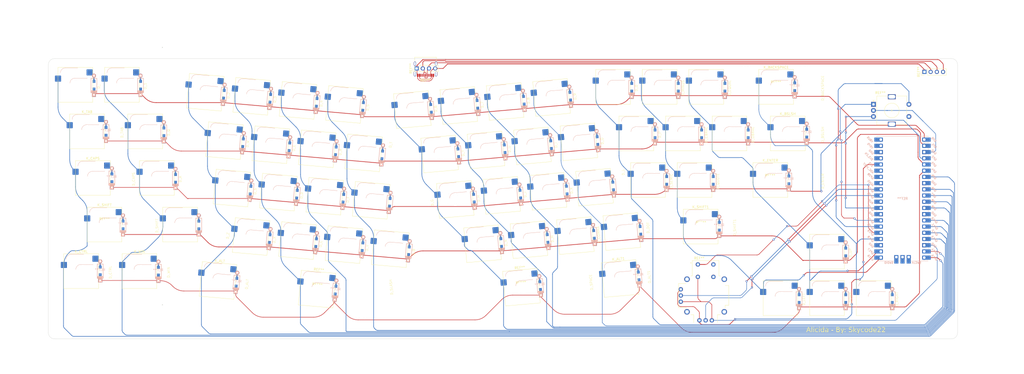
<source format=kicad_pcb>
(kicad_pcb (version 20221018) (generator pcbnew)
  (layers (0 "F.Cu" signal) (31 "B.Cu" signal) (34 "B.Paste" user) (35 "F.Paste" user) (36 "B.SilkS" user "B.Silkscreen") (37 "F.SilkS" user "F.Silkscreen") (38 "B.Mask" user) (39 "F.Mask" user) (44 "Edge.Cuts" user))
  (net 0 "")
  (footprint "Mounting_Keyboard_Stabilizer:Stabilizer_Cherry_MX_3.00u" (layer "F.Cu") (at 144.015867 197.887285 -5)
    (fp_text reference "REF**")
    (fp_text value "Stabilizer_Cherry_MX_3.00u")
  )
  (footprint "keyboard_parts:hotswap mx with diode" (layer "F.Cu") (at 268.694472 174.238508 5)
    (fp_text reference "K_DOT" hide)
    (fp_text value "KEYSW" hide)
  )
  (footprint "keyboard_parts:nothing" (layer "F.Cu") (at 362.666625 182.912709 90)
    (fp_text reference "D_UP")
    (fp_text value "D")
  )
  (footprint "keyboard_parts:hotswap mx with diode" (layer "F.Cu") (at 232.163197 139.189045 5)
    (fp_text reference "K_I" hide)
    (fp_text value "KEYSW" hide)
  )
  (footprint "keyboard_parts:nothing" (layer "F.Cu") (at 284.684125 134.602709 90)
    (fp_text reference "D_P")
    (fp_text value "D")
  )
  (footprint "keyboard_parts:hotswap mx with diode" (layer "F.Cu") (at 109.304462 156.459341 -5)
    (fp_text reference "K_S" hide)
    (fp_text value "KEYSW" hide)
  )
  (footprint "keyboard_parts:nothing" (layer "F.Cu") (at 191.665794 162.356786 95)
    (fp_text reference "D_G")
    (fp_text value "D")
  )
  (footprint "keyboard_parts:nothing" (layer "F.Cu") (at 108.098665 175.978525 85)
    (fp_text reference "D_Z")
    (fp_text value "D")
  )
  (footprint "keyboard_parts:nothing" (layer "F.Cu") (at 351.359125 153.652709 90)
    (fp_text reference "D_ENTER")
    (fp_text value "D")
  )
  (footprint "Switch_Keyboard_Hotswap_Kailh:SW_Hotswap_Kailh_MX_3.00u" (layer "F.Cu") (at 227.638836 196.963267 5)
    (fp_text reference "REF**")
    (fp_text value "SW_Hotswap_Kailh_MX_3.00u")
  )
  (footprint "keyboard_parts:hotswap mx with diode" (layer "F.Cu") (at 45.245925 114.223103)
    (fp_text reference "K_`" hide)
    (fp_text value "KEYSW" hide)
  )
  (footprint "keyboard_parts:hotswap mx with diode" (layer "F.Cu") (at 293.709125 134.102709)
    (fp_text reference "K_CBRAC" hide)
    (fp_text value "KEYSW" hide)
  )
  (footprint "keyboard_parts:hotswap mx with diode" (layer "F.Cu") (at 155.087917 179.587642 -5)
    (fp_text reference "K_V" hide)
    (fp_text value "KEYSW" hide)
  )
  (footprint "keyboard_parts:nothing" (layer "F.Cu") (at 362.666625 201.962709 90)
    (fp_text reference "D_DOWN")
    (fp_text value "D")
  )
  (footprint "keyboard_parts:hotswap mx with diode" (layer "F.Cu") (at 352.641625 182.412709)
    (fp_text reference "K_UP" hide)
    (fp_text value "KEYSW" hide)
  )
  (footprint "keyboard_parts:nothing" (layer "F.Cu") (at 275.159125 115.552709 90)
    (fp_text reference "D_0")
    (fp_text value "D")
  )
  (footprint "keyboard_parts:nothing" (layer "F.Cu") (at 294.209125 115.552709 90)
    (fp_text reference "D_MINUS")
    (fp_text value "D")
  )
  (footprint "keyboard_parts:hotswap mx with diode" (layer "F.Cu") (at 88.108425 171.373103)
    (fp_text reference "K_Z" hide)
    (fp_text value "KEYSW" hide)
  )
  (footprint "keyboard_parts:hotswap mx with diode" (layer "F.Cu") (at 200.612872 161.072108 5)
    (fp_text reference "K_H" hide)
    (fp_text value "KEYSW" hide)
  )
  (footprint "keyboard_parts:nothing" (layer "F.Cu") (at 256.663332 194.915773 95)
    (fp_text reference "D_SPACE")
    (fp_text value "D")
  )
  (footprint "keyboard_parts:nothing" (layer "F.Cu") (at 83.845925 133.773103 90)
    (fp_text reference "D_Q")
    (fp_text value "D")
  )
  (footprint "keyboard_parts:nothing" (layer "F.Cu") (at 322.784125 134.602709 90)
    (fp_text reference "D_OBRAC")
    (fp_text value "D")
  )
  (footprint "keyboard_parts:hotswap mx with diode" (layer "F.Cu") (at 239.991635 119.381377 5)
    (fp_text reference "K_9" hide)
    (fp_text value "KEYSW" hide)
  )
  (footprint "keyboard_parts:nothing" (layer "F.Cu") (at 138.225245 159.491491 85)
    (fp_text reference "D_D")
    (fp_text value "D")
  )
  (footprint "keyboard_parts:hotswap mx with diode" (layer "F.Cu") (at 352.641625 201.462709)
    (fp_text reference "K_DOWN" hide)
    (fp_text value "KEYSW" hide)
  )
  (footprint "keyboard_parts:hotswap mx with diode" (layer "F.Cu") (at 257.5454 156.091157 5)
    (fp_text reference "K_L" hide)
    (fp_text value "KEYSW" hide)
  )
  (footprint "keyboard_parts:hotswap mx with diode" (layer "F.Cu") (at 194.208179 142.509678 5)
    (fp_text reference "K_Y" hide)
    (fp_text value "KEYSW" hide)
  )
  (footprint "Switch_Keyboard_Hotswap_Kailh:SW_Hotswap_Kailh_MX_1.25u" (layer "F.Cu") (at 71.439675 190.423103)
    (fp_text reference "K_WIN")
    (fp_text value "KEYSW")
  )
  (footprint "keyboard_parts:hotswap mx with diode" (layer "F.Cu") (at 265.134125 115.052709)
    (fp_text reference "K_0" hide)
    (fp_text value "KEYSW" hide)
  )
  (footprint "keyboard_parts:nothing" (layer "F.Cu") (at 223.216118 140.473722 95)
    (fp_text reference "D_U")
    (fp_text value "D")
  )
  (footprint "Mounting_Keyboard_Stabilizer:Stabilizer_Cherry_MX_2.00u" (layer "F.Cu") (at 57.125425 171.068103)
    (fp_text reference "REF**")
    (fp_text value "Stabilizer_Cherry_MX_2.00u")
  )
  (footprint "keyboard_parts:nothing" (layer "F.Cu") (at 116.163675 138.438586 85)
    (fp_text reference "D_W")
    (fp_text value "D")
  )
  (footprint "keyboard_parts:nothing" (layer "F.Cu") (at 165.267766 123.611869 85)
    (fp_text reference "D_5")
    (fp_text value "D")
  )
  (footprint "keyboard_parts:hotswap mx with diode" (layer "F.Cu") (at 333.591625 201.462709)
    (fp_text reference "K_LEFT" hide)
    (fp_text value "KEYSW" hide)
  )
  (footprint "keyboard_parts:hotswap mx with diode" (layer "F.Cu") (at 64.295925 114.223103)
    (fp_text reference "K_1" hide)
    (fp_text value "KEYSW" hide)
  )
  (footprint "keyboard_parts:nothing" (layer "F.Cu") (at 248.598321 157.375835 95)
    (fp_text reference "D_K")
    (fp_text value "D")
  )
  (footprint "keyboard_parts:hotswap mx with diode" (layer "F.Cu") (at 147.25948 159.779975 -5)
    (fp_text reference "K_F" hide)
    (fp_text value "KEYSW" hide)
  )
  (footprint "keyboard_parts:nothing" (layer "F.Cu") (at 64.795925 133.773103 90)
    (fp_text reference "D_TAB")
    (fp_text value "D")
  )
  (footprint "keyboard_parts:nothing" (layer "F.Cu") (at 269.745157 149.919796 95)
    (fp_text reference "D_L")
    (fp_text value "D")
  )
  (footprint "keyboard_parts:hotswap mx with diode" (layer "F.Cu") (at 128.281971 158.119658 -5)
    (fp_text reference "K_D" hide)
    (fp_text value "KEYSW" hide)
  )
  (footprint "Mounting_Keyboard_Stabilizer:Stabilizer_Cherry_MX_2.00u" (layer "F.Cu") (at 329.333625 153.287709)
    (fp_text reference "REF**")
    (fp_text value "Stabilizer_Cherry_MX_2.00u")
  )
  (footprint "keyboard_parts:nothing" (layer "F.Cu") (at 157.202754 161.151808 85)
    (fp_text reference "D_F")
    (fp_text value "D")
  )
  (footprint "keyboard_parts:nothing" (layer "F.Cu") (at 289.446625 153.652709 90)
    (fp_text reference "D_SEMIC")
    (fp_text value "D")
  )
  (footprint "keyboard_parts:nothing" (layer "F.Cu") (at 231.044555 120.666055 95)
    (fp_text reference "D_8")
    (fp_text value "D")
  )
  (footprint "keyboard_parts:nothing" (layer "F.Cu") (at 185.851942 178.416664 90)
    (fp_text reference "D_B")
    (fp_text value "D")
  )
  (footprint "keyboard_parts:nothing" (layer "F.Cu") (at 212.067045 122.326372 95)
    (fp_text reference "D_7")
    (fp_text value "D")
  )
  (footprint "keyboard_parts:nothing" (layer "F.Cu") (at 60.033425 190.923103 90)
    (fp_text reference "D_CTRL")
    (fp_text value "D")
  )
  (footprint "Switch_Keyboard_Hotswap_Kailh:SW_Hotswap_Kailh_MX_1.75u" (layer "F.Cu") (at 52.389675 152.323103)
    (fp_text reference "K_CAPS")
    (fp_text value "KEYSW")
  )
  (footprint "keyboard_parts:hotswap mx with diode" (layer "F.Cu") (at 166.236989 161.440291 -5)
    (fp_text reference "K_G" hide)
    (fp_text value "KEYSW" hide)
  )
  (footprint "keyboard_parts:hotswap mx with diode" (layer "F.Cu") (at 213.185688 140.849362 5)
    (fp_text reference "K_U" hide)
    (fp_text value "KEYSW" hide)
  )
  (footprint "keyboard_parts:nothing" (layer "F.Cu") (at 279.921625 172.702709 90)
    (fp_text reference "D_DOT")
    (fp_text value "D")
  )
  (footprint "keyboard_parts:nothing" (layer "F.Cu") (at 240.769882 177.183503 95)
    (fp_text reference "D_M")
    (fp_text value "D")
  )
  (footprint "keyboard_parts:hotswap mx with diode" (layer "F.Cu") (at 78.583425 152.323103)
    (fp_text reference "K_A" hide)
    (fp_text value "KEYSW" hide)
  )
  (footprint "Connector_PinHeader_2.54mm:PinHeader_1x04_P2.54mm_Vertical" (layer "F.Cu") (at 184.767347 107.533966 90)
    (fp_text reference "REF**")
    (fp_text value "PinHeader_1x04_P2.54mm_Vertical")
  )
  (footprint "keyboard_parts:hotswap mx with diode" (layer "F.Cu") (at 284.184125 115.052709)
    (fp_text reference "K_MINUS" hide)
    (fp_text value "KEYSW" hide)
  )
  (footprint "keyboard_parts:nothing" (layer "F.Cu") (at 229.620812 159.036152 95)
    (fp_text reference "D_J")
    (fp_text value "D")
  )
  (footprint "keyboard_parts:nothing" (layer "F.Cu") (at 308.496625 153.652709 90)
    (fp_text reference "D_QUOTE")
    (fp_text value "D")
  )
  (footprint "Switch_Keyboard_Hotswap_Kailh:SW_Hotswap_Kailh_MX_3.00u" (layer "F.Cu") (at 144.100604 197.779259 -5)
    (fp_text reference "REF**")
    (fp_text value "SW_Hotswap_Kailh_MX_3.00u")
  )
  (footprint "COM-09032:XDCR_COM-09032" (layer "F.Cu") (at 302.971625 200.382709)
    (fp_text reference "REF**")
    (fp_text value "XDCR_COM-09032")
  )
  (footprint "keyboard_parts:hotswap mx with diode" (layer "F.Cu") (at 274.659125 134.102709)
    (fp_text reference "K_P" hide)
    (fp_text value "KEYSW" hide)
  )
  (footprint "Mounting_Keyboard_Stabilizer:Stabilizer_Cherry_MX_2.00u" (layer "F.Cu") (at 301.043625 172.487709)
    (fp_text reference "REF**")
    (fp_text value "Stabilizer_Cherry_MX_2.00u")
  )
  (footprint "keyboard_parts:nothing" (layer "F.Cu") (at 250.022063 119.005737 95)
    (fp_text reference "D_9")
    (fp_text value "D")
  )
  (footprint "keyboard_parts:nothing" (layer "F.Cu") (at 221.792373 178.843819 95)
    (fp_text reference "D_N")
    (fp_text value "D")
  )
  (footprint "Mounting_Keyboard_Stabilizer:Stabilizer_Cherry_MX_2.00u" (layer "F.Cu") (at 331.681625 115.092709)
    (fp_text reference "REF**")
    (fp_text value "Stabilizer_Cherry_MX_2.00u")
  )
  (footprint "Switch_Keyboard_Hotswap_Kailh:SW_Hotswap_Kailh_MX_2.25u" (layer "F.Cu") (at 57.152175 171.373103)
    (fp_text reference "K_SHIFT")
    (fp_text value "KEYSW")
  )
  (footprint "keyboard_parts:nothing" (layer "F.Cu") (at 351.359125 115.552709 90)
    (fp_text reference "D_BACKSPACE")
    (fp_text value "D")
  )
  (footprint "Switch_Keyboard_Hotswap_Kailh:SW_Hotswap_Kailh_MX_1.25u" (layer "F.Cu") (at 267.9826 193.423556 5)
    (fp_text reference "K_ALT1")
    (fp_text value "KEYSW")
  )
  (footprint "keyboard_parts:hotswap mx with diode" (layer "F.Cu") (at 106.220402 137.066753 -5)
    (fp_text reference "K_W" hide)
    (fp_text value "KEYSW" hide)
  )
  (footprint "keyboard_parts:nothing" (layer "F.Cu") (at 127.312748 120.291236 85)
    (fp_text reference "D_3")
    (fp_text value "D")
  )
  (footprint "keyboard_parts:nothing" (layer "F.Cu") (at 315.371625 172.577709 90)
    (fp_text reference "D_SHIFT1")
    (fp_text value "D")
  )
  (footprint "keyboard_parts:hotswap mx with diode" (layer "F.Cu") (at 98.391964 117.259086 -5)
    (fp_text reference "K_2" hide)
    (fp_text value "KEYSW" hide)
  )
  (footprint "keyboard_parts:nothing" (layer "F.Cu") (at 242.193626 138.813406 95)
    (fp_text reference "D_I")
    (fp_text value "D")
  )
  (footprint "Switch_Keyboard_Hotswap_Kailh:SW_Hotswap_Kailh_MX_2.25u" (layer "F.Cu") (at 300.929625 172.192709)
    (fp_text reference "K_SHIFT1")
    (fp_text value "KEYSW")
  )
  (footprint "keyboard_parts:nothing" (layer "F.Cu") (at 193.089536 123.986688 95)
    (fp_text reference "D_6")
    (fp_text value "D")
  )
  (footprint "Mounting_Keyboard_Stabilizer:Stabilizer_Cherry_MX_3.00u" (layer "F.Cu") (at 227.574144 197.084366 5)
    (fp_text reference "REF**")
    (fp_text value "Stabilizer_Cherry_MX_3.00u")
  )
  (footprint "keyboard_parts:nothing" (layer "F.Cu") (at 135.141184 140.098904 85)
    (fp_text reference "D_E")
    (fp_text value "D")
  )
  (footprint "keyboard_parts:hotswap mx with diode" (layer "F.Cu") (at 174.065426 181.247959 -5)
    (fp_text reference "K_B" hide)
    (fp_text value "KEYSW" hide)
  )
  (footprint "keyboard_parts:hotswap mx with diode" (layer "F.Cu") (at 117.369474 118.919402 -5)
    (fp_text reference "K_3" hide)
    (fp_text value "KEYSW" hide)
  )
  (footprint "keyboard_parts:hotswap mx with diode" (layer "F.Cu") (at 230.739453 177.559142 5)
    (fp_text reference "K_M" hide)
    (fp_text value "KEYSW" hide)
  )
  (footprint "keyboard_parts:hotswap mx with diode" (layer "F.Cu") (at 221.014126 121.041694 5)
    (fp_text reference "K_8" hide)
    (fp_text value "KEYSW" hide)
  )
  (footprint "keyboard_parts:hotswap mx with diode" (layer "F.Cu") (at 279.421625 153.152709)
    (fp_text reference "K_SEMIC" hide)
    (fp_text value "KEYSW" hide)
  )
  (footprint "keyboard_parts:nothing" (layer "F.Cu") (at 74.320925 114.723103 90)
    (fp_text reference "D_1")
    (fp_text value "D")
  )
  (footprint "keyboard_parts:nothing" (layer "F.Cu") (at 343.616625 201.962709 90)
    (fp_text reference "D_LEFT")
    (fp_text value "D")
  )
  (footprint "keyboard_parts:nothing" (layer "F.Cu") (at 204.238609 142.134039 95)
    (fp_text reference "D_Y")
    (fp_text value "D")
  )
  (footprint "keyboard_parts:nothing" (layer "F.Cu") (at 154.118694 141.759221 85)
    (fp_text reference "D_R")
    (fp_text value "D")
  )
  (footprint "keyboard_parts:nothing" (layer "F.Cu") (at 259.747392 175.523186 95)
    (fp_text reference "D_COMMA")
    (fp_text value "D")
  )
  (footprint "keyboard_parts:nothing" (layer "F.Cu") (at 210.643303 160.696468 95)
    (fp_text reference "D_H")
    (fp_text value "D")
  )
  (footprint "keyboard_parts:nothing" (layer "F.Cu") (at 146.053682 179.29916 85)
    (fp_text reference "D_C")
    (fp_text value "D")
  )
  (footprint "Connector_USB:USB_C_Receptacle_Palconn_UTC16-G" (layer "F.Cu") (at 188.41927 107.81536 180)
    (fp_text reference "REF**")
    (fp_text value "USB_C_Receptacle_Palconn_UTC16-G")
  )
  (footprint "keyboard_parts:hotswap mx with diode" (layer "F.Cu") (at 249.716963 175.898825 5)
    (fp_text reference "K_COMMA" hide)
    (fp_text value "KEYSW" hide)
  )
  (footprint "keyboard_parts:hotswap mx with diode" (layer "F.Cu") (at 251.140706 137.528728 5)
    (fp_text reference "K_O" hide)
    (fp_text value "KEYSW" hide)
  )
  (footprint "keyboard_parts:hotswap mx with diode" (layer "F.Cu") (at 202.036616 122.702011 5)
    (fp_text reference "K_7" hide)
    (fp_text value "KEYSW" hide)
  )
  (footprint "Connector_PinHeader_2.54mm:PinHeader_1x04_P2.54mm_Vertical" (layer "F.Cu") (at 392.443344 108.93616 90)
    (fp_text reference "REF**")
    (fp_text value "PinHeader_1x04_P2.54mm_Vertical")
  )
  (footprint "keyboard_parts:nothing" (layer "F.Cu") (at 313.259125 115.552709 90)
    (fp_text reference "D_EQUAL")
    (fp_text value "D")
  )
  (footprint "keyboard_parts:hotswap mx with diode" (layer "F.Cu") (at 238.56789 157.751474 5)
    (fp_text reference "K_K" hide)
    (fp_text value "KEYSW" hide)
  )
  (footprint "keyboard_parts:nothing" (layer "F.Cu") (at 280.402371 192.744579 95)
    (fp_text reference "D_ALT1")
    (fp_text value "D")
  )
  (footprint "keyboard_parts:nothing" (layer "F.Cu") (at 165.031191 180.959476 85)
    (fp_text reference "D_V")
    (fp_text value "D")
  )
  (footprint "keyboard_parts:nothing" (layer "F.Cu") (at 69.558425 152.823103 90)
    (fp_text reference "D_CAPS")
    (fp_text value "D")
  )
  (footprint "keyboard_parts:nothing" (layer "F.Cu") (at 146.290257 121.951553 85)
    (fp_text reference "D_4")
    (fp_text value "D")
  )
  (footprint "keyboard_parts:nothing" (layer "F.Cu") (at 88.608425 152.823103 90)
    (fp_text reference "D_A")
    (fp_text value "D")
  )
  (footprint "keyboard_parts:hotswap mx with diode" (layer "F.Cu") (at 125.19791 138.727069 -5)
    (fp_text reference "K_E" hide)
    (fp_text value "KEYSW" hide)
  )
  (footprint "keyboard_parts:nothing" (layer "F.Cu") (at 127.076174 177.638842 85)
    (fp_text reference "D_X")
    (fp_text value "D")
  )
  (footprint "keyboard_parts:nothing" (layer "F.Cu") (at 83.845925 190.923103 90)
    (fp_text reference "D_WIN")
    (fp_text value "D")
  )
  (footprint "keyboard_parts:nothing" (layer "F.Cu") (at 119.247736 157.831174 85)
    (fp_text reference "D_S")
    (fp_text value "D")
  )
  (footprint "Switch_Keyboard_Hotswap_Kailh:SW_Hotswap_Kailh_MX_2.00u" (layer "F.Cu") (at 331.809125 115.052709)
    (fp_text reference "K_BACKSPACE")
    (fp_text value "KEYSW")
  )
  (footprint "Switch_Keyboard_Hotswap_Kailh:SW_Hotswap_Kailh_MX_1.50u" (layer "F.Cu") (at 336.571625 134.102709)
    (fp_text reference "K_BSLSH")
    (fp_text value "KEYSW")
  )
  (footprint "keyboard_parts:nothing" (layer "F.Cu") (at 55.270925 114.723103 90)
    (fp_text reference "D_`")
    (fp_text value "D")
  )
  (footprint "keyboard_parts:nothing" (layer "F.Cu") (at 381.716625 201.962709 90)
    (fp_text reference "D_RIGHT")
    (fp_text value "D")
  )
  (footprint "keyboard_parts:hotswap mx with diode" (layer "F.Cu") (at 312.759125 134.102709)
    (fp_text reference "K_OBRAC" hide)
    (fp_text value "KEYSW" hide)
  )
  (footprint "keyboard_parts:hotswap mx with diode" (layer "F.Cu") (at 219.590382 159.41179 5)
    (fp_text reference "K_J" hide)
    (fp_text value "KEYSW" hide)
  )
  (footprint "keyboard_parts:hotswap mx with diode" (layer "F.Cu") (at 155.324492 122.240036 -5)
    (fp_text reference "K_5" hide)
    (fp_text value "KEYSW" hide)
  )
  (footprint "keyboard_parts:hotswap mx with diode" (layer "F.Cu") (at 144.175419 140.387386 -5)
    (fp_text reference "K_R" hide)
    (fp_text value "KEYSW" hide)
  )
  (footprint "keyboard_parts:nothing" (layer "F.Cu") (at 115.927103 195.786192 85)
    (fp_text reference "D_ALT")
    (fp_text value "D")
  )
  (footprint "Switch_Keyboard_Hotswap_Kailh:SW_Hotswap_Kailh_MX_1.25u" (layer "F.Cu") (at 47.627175 190.423103)
    (fp_text reference "K_CTRL")
    (fp_text value "KEYSW")
  )
  (footprint "keyboard_parts:nothing" (layer "F.Cu") (at 108.335239 118.630919 85)
    (fp_text reference "D_2")
    (fp_text value "D")
  )
  (footprint "keyboard_parts:hotswap mx with diode" (layer "F.Cu") (at 298.471625 153.152709)
    (fp_text reference "K_QUOTE" hide)
    (fp_text value "KEYSW" hide)
  )
  (footprint "keyboard_parts:hotswap mx with diode" (layer "F.Cu") (at 183.059107 124.362328 5)
    (fp_text reference "K_6" hide)
    (fp_text value "KEYSW" hide)
  )
  (footprint "keyboard_parts:hotswap mx with diode" (layer "F.Cu") (at 211.761944 179.219458 5)
    (fp_text reference "K_N" hide)
    (fp_text value "KEYSW" hide)
  )
  (footprint "keyboard_parts:nothing" (layer "F.Cu") (at 79.083425 171.873103 90)
    (fp_text reference "D_SHIFT")
    (fp_text value "D")
  )
  (footprint "keyboard_parts:hotswap mx with diode" (layer "F.Cu") (at 117.1329 176.267008 -5)
    (fp_text reference "K_X" hide)
    (fp_text value "KEYSW" hide)
  )
  (footprint "keyboard_parts:nothing" (layer "F.Cu") (at 261.171136 137.153089 95)
    (fp_text reference "D_O")
    (fp_text value "D")
  )
  (footprint "keyboard_parts:nothing" (layer "F.Cu") (at 174.902934 196.924598 95)
    (fp_text reference "D_SLASH")
    (fp_text value "D")
  )
  (footprint "keyboard_parts:hotswap mx with diode" (layer "F.Cu") (at 303.234125 115.052709)
    (fp_text reference "K_EQUAL" hide)
    (fp_text value "KEYSW" hide)
  )
  (footprint "Switch_Keyboard_Hotswap_Kailh:SW_Hotswap_Kailh_MX_2.25u" (layer "F.Cu") (at 329.427875 153.152709)
    (fp_text reference "K_ENTER")
    (fp_text value "KEYSW")
  )
  (footprint "Rotary_Encoder:RotaryEncoder_Alps_EC11E-Switch_Vertical_H20mm" (layer "F.Cu") (at 371.600533 122.207056)
    (fp_text reference "REF**")
    (fp_text value "RotaryEncoder_Alps_EC11E-Switch_Vertical_H20mm")
  )
  (footprint "keyboard_parts:hotswap mx with diode" (layer "F.Cu") (at 136.110409 177.927325 -5)
    (fp_text reference "K_C" hide)
    (fp_text value "KEYSW" hide)
  )
  (footprint "keyboard_parts:hotswap mx with diode" (layer "F.Cu") (at 371.691625 201.462709)
    (fp_text reference "K_RIGHT" hide)
    (fp_text value "KEYSW" hide)
  )
  (footprint "keyboard_parts:hotswap mx with diode" (layer "F.Cu") (at 73.820925 133.273103)
    (fp_text reference "K_Q" hide)
    (fp_text value "KEYSW" hide)
  )
  (footprint "keyboard_parts:nothing" (layer "F.Cu") (at 174.656546 138.847613 80)
    (fp_text reference "D_T")
    (fp_text value "D")
  )
  (footprint "keyboard_parts:nothing" (layer "F.Cu") (at 303.734125 134.602709 90)
    (fp_text reference "D_CBRAC")
    (fp_text value "D")
  )
  (footprint "keyboard_parts:hotswap mx with diode" (layer "F.Cu") (at 163.152929 142.047703 -5)
    (fp_text reference "K_T" hide)
    (fp_text value "KEYSW" hide)
  )
  (footprint "Switch_Keyboard_Hotswap_Kailh:SW_Hotswap_Kailh_MX_1.25u" (layer "F.Cu") (at 103.61164 194.206818 -5)
    (fp_text reference "K_ALT")
    (fp_text value "KEYSW")
  )
  (footprint "Switch_Keyboard_Hotswap_Kailh:SW_Hotswap_Kailh_MX_1.50u" (layer "F.Cu") (at 50.008425 133.273103)
    (fp_text reference "K_TAB")
    (fp_text value "KEYSW")
  )
  (footprint "keyboard_parts:nothing" (layer "F.Cu") (at 351.359125 134.602709 90)
    (fp_text reference "D_BSLSH")
    (fp_text value "D")
  )
  (footprint "keyboard_parts:hotswap mx with diode" (layer "F.Cu") (at 136.346983 120.579719 -5)
    (fp_text reference "K_4" hide)
    (fp_text value "KEYSW" hide)
  )
  (footprint "keyboard_parts:diode smd tht" (layer "B.Cu") (at 55.329907 190.358312 180)
    (fp_text reference "REF**")
    (fp_text value "diode smd tht")
  )
  (footprint "keyboard_parts:diode smd tht" (layer "B.Cu") (at 336.911862 153.148376 180)
    (fp_text reference "REF**")
    (fp_text value "diode smd tht")
  )
  (footprint "MCU_RaspberryPi_and_Boards:RPi_Pico_SMD_TH" (layer "B.Cu") (at 383.484586 160.766081 180)
    (fp_text reference "REF**")
    (fp_text value "RPi_Pico_SMD_TH")
  )
  (footprint "keyboard_parts:diode smd tht" (layer "B.Cu") (at 344.219441 134.069383 180)
    (fp_text reference "REF**")
    (fp_text value "diode smd tht")
  )
  (footprint "keyboard_parts:diode smd tht" (layer "B.Cu") (at 57.705201 133.316245 180)
    (fp_text reference "REF**")
    (fp_text value "diode smd tht")
  )
  (footprint "keyboard_parts:diode smd tht" (layer "B.Cu") (at 308.470006 172.111964 180)
    (fp_text reference "REF**")
    (fp_text value "diode smd tht")
  )
  (footprint "keyboard_parts:diode smd tht" (layer "B.Cu") (at 60.099656 152.310666 180)
    (fp_text reference "REF**")
    (fp_text value "diode smd tht")
  )
  (footprint "keyboard_parts:diode smd tht" (layer "B.Cu") (at 235.211932 196.383051 -175)
    (fp_text reference "REF**")
    (fp_text value "diode smd tht")
  )
  (footprint "keyboard_parts:diode smd tht" (layer "B.Cu") (at 79.11588 190.48517 180)
    (fp_text reference "REF**")
    (fp_text value "diode smd tht")
  )
  (footprint "keyboard_parts:diode smd tht" (layer "B.Cu") (at 64.637617 171.561183 180)
    (fp_text reference "REF**")
    (fp_text value "diode smd tht")
  )
  (footprint "keyboard_parts:diode smd tht" (layer "B.Cu") (at 339.306058 115.057342 180)
    (fp_text reference "REF**")
    (fp_text value "diode smd tht")
  )
  (footprint "keyboard_parts:diode smd tht" (layer "B.Cu") (at 151.560071 198.213973 175)
    (fp_text reference "REF**")
    (fp_text value "diode smd tht")
  )
  (footprint "keyboard_parts:diode smd tht" (layer "B.Cu") (at 111.038288 194.993764 175)
    (fp_text reference "REF**")
    (fp_text value "diode smd tht")
  )
  (footprint "keyboard_parts:diode smd tht" (layer "B.Cu") (at 275.492322 192.430797 -175)
    (fp_text reference "REF**")
    (fp_text value "diode smd tht")
  )
  (gr_line (start 34.202072 215.587358) (end 34.202072 106.013003) (stroke (width 0.1)) (layer "Edge.Cuts"))
  (gr_arc (start 34.202072 106.013003) (mid 34.946018 104.21694) (end 36.742072 103.473003) (stroke (width 0.1)) (layer "Edge.Cuts"))
  (gr_arc (start 36.742072 218.127358) (mid 34.94602 217.38341) (end 34.202072 215.587358) (stroke (width 0.1)) (layer "Edge.Cuts"))
  (gr_arc (start 80.819675 98.928103) (mid 80.819675 98.928103) (end 80.819675 98.928103) (stroke (width 0.2)) (layer "Edge.Cuts"))
  (gr_line (start 405.983131 106.013003) (end 405.983131 215.587358) (stroke (width 0.1)) (layer "Edge.Cuts"))
  (gr_arc (start 80.819675 204.178103) (mid 80.819675 204.178103) (end 80.819675 204.178103) (stroke (width 0.2)) (layer "Edge.Cuts"))
  (gr_line (start 36.742072 103.473003) (end 403.443131 103.473003) (stroke (width 0.1)) (layer "Edge.Cuts"))
  (gr_arc (start 405.983131 215.587358) (mid 405.239199 217.383447) (end 403.443131 218.127358) (stroke (width 0.1)) (layer "Edge.Cuts"))
  (gr_arc (start 403.443131 103.473003) (mid 405.239182 104.216952) (end 405.983131 106.013003) (stroke (width 0.1)) (layer "Edge.Cuts"))
  (gr_line (start 403.443131 218.127358) (end 36.742072 218.127358) (stroke (width 0.1)) (layer "Edge.Cuts"))
  (gr_text "Alicida - By: Skycode22" (at 376.613387 214.510246) (layer "F.SilkS") (effects (font (size 2 2) (thickness 0.25)) (justify right)))
  (segment (start 351.517298 162.694556) (end 336.774753 177.437101) (width 0.25) (layer "F.Cu") (net 0))
  (segment (start 188.16927 110.32536) (end 188.16927 111.262679) (width 0.2) (layer "F.Cu") (net 0))
  (segment (start 337.700934 157.747448) (end 336.971862 157.018376) (width 0.25) (layer "F.Cu") (net 0))
  (segment (start 196.446239 104.390431) (end 196.68 104.624192) (width 0.25) (layer "F.Cu") (net 0))
  (segment (start 363.671676 168.720717) (end 363.82686 168.875901) (width 0.2) (layer "F.Cu") (net 0))
  (segment (start 362.701133 195.015161) (end 362.701133 203.858771) (width 0.25) (layer "F.Cu") (net 0))
  (segment (start 344.159441 137.939383) (end 358.822602 137.939383) (width 0.25) (layer "F.Cu") (net 0))
  (segment (start 336.774753 177.437101) (end 336.774753 177.540558) (width 0.25) (layer "F.Cu") (net 0))
  (segment (start 57.645201 137.186245) (end 81.147783 137.186245) (width 0.2) (layer "F.Cu") (net 0))
  (segment (start 190.992886 127.271926) (end 163.947353 127.271926) (width 0.25) (layer "F.Cu") (net 0))
  (segment (start 73.775116 119.642294) (end 71.945925 117.813103) (width 0.25) (layer "F.Cu") (net 0))
  (segment (start 185.139322 106.102281) (end 187.028266 104.213336) (width 0.25) (layer "F.Cu") (net 0))
  (segment (start 308.410006 175.981964) (end 330.023331 175.981964) (width 0.25) (layer "F.Cu") (net 0))
  (segment (start 358.893819 168.081119) (end 359.533417 168.720717) (width 0.2) (layer "F.Cu") (net 0))
  (segment (start 186.437498 111.911367) (end 190.223239 111.911367) (width 0.2) (layer "F.Cu") (net 0))
  (segment (start 197.425434 105.722441) (end 389.642804 105.722441) (width 0.25) (layer "F.Cu") (net 0))
  (segment (start 190.56658 110.07267) (end 190.56658 108.656487) (width 0.2) (layer "F.Cu") (net 0))
  (segment (start 390.425661 152.103001) (end 390.425661 198.908283) (width 0.25) (layer "F.Cu") (net 0))
  (segment (start 265.479179 159.000755) (end 282.183323 159.000755) (width 0.25) (layer "F.Cu") (net 0))
  (segment (start 399.0548 186.121303) (end 398.201552 185.268055) (width 0.25) (layer "F.Cu") (net 0))
  (segment (start 366.291219 134.488472) (end 389.18527 134.488472) (width 0.25) (layer "F.Cu") (net 0))
  (segment (start 189.847347 107.533966) (end 189.847347 106.29917) (width 0.25) (layer "F.Cu") (net 0))
  (segment (start 362.701133 203.858771) (end 362.747114 203.904752) (width 0.25) (layer "F.Cu") (net 0))
  (segment (start 84.67251 196.215042) (end 85.134046 196.676578) (width 0.2) (layer "F.Cu") (net 0))
  (segment (start 358.018826 133.301999) (end 358.018826 136.394623) (width 0.2) (layer "F.Cu") (net 0))
  (segment (start 319.729208 194.539001) (end 320.741201 193.527008) (width 0.25) (layer "F.Cu") (net 0))
  (segment (start 186.01927 111.493139) (end 186.437498 111.911367) (width 0.2) (layer "F.Cu") (net 0))
  (segment (start 85.965862 156.180666) (end 86.233425 155.913103) (width 0.2) (layer "F.Cu") (net 0))
  (segment (start 357.235453 124.078624) (end 357.177977 124.021148) (width 0.25) (layer "F.Cu") (net 0))
  (segment (start 235.428107 200.218746) (end 235.428107 200.795648) (width 0.2) (layer "F.Cu") (net 0))
  (segment (start 272.784125 118.642709) (end 338.961425 118.642709) (width 0.25) (layer "F.Cu") (net 0))
  (segment (start 374.594586 146.796081) (end 369.662315 146.796081) (width 0.25) (layer "F.Cu") (net 0))
  (segment (start 151.308087 203.416352) (end 151.308087 202.401697) (width 0.2) (layer "F.Cu") (net 0))
  (segment (start 358.018826 136.394623) (end 358.526315 136.902112) (width 0.2) (layer "F.Cu") (net 0))
  (segment (start 185.21927 110.32536) (end 185.21927 109.884787) (width 0.2) (layer "F.Cu") (net 0))
  (segment (start 187.863143 109.178634) (end 187.863143 108.089762) (width 0.2) (layer "F.Cu") (net 0))
  (segment (start 292.835052 204.908683) (end 297.70698 204.908683) (width 0.2) (layer "F.Cu") (net 0))
  (segment (start 185.21927 109.884787) (end 184.97066 109.636177) (width 0.2) (layer "F.Cu") (net 0))
  (segment (start 365.886162 130.764039) (end 388.486792 130.764039) (width 0.25) (layer "F.Cu") (net 0))
  (segment (start 281.42338 138.578454) (end 282.309125 137.692709) (width 0.25) (layer "F.Cu") (net 0))
  (segment (start 305.800425 185.309345) (end 306.934318 184.175452) (width 0.2) (layer "F.Cu") (net 0))
  (segment (start 390.425661 151.285006) (end 390.425661 152.103001) (width 0.25) (layer "F.Cu") (net 0))
  (segment (start 268.335654 206.173692) (end 275.507247 199.002099) (width 0.2) (layer "F.Cu") (net 0))
  (segment (start 366.05772 193.796674) (end 364.445671 193.796674) (width 0.25) (layer "F.Cu") (net 0))
  (segment (start 298.605006 205.280658) (end 300.059651 206.735303) (width 0.2) (layer "F.Cu") (net 0))
  (segment (start 353.895389 119.299317) (end 364.988137 130.392065) (width 0.25) (layer "F.Cu") (net 0))
  (segment (start 95.290345 175.431183) (end 95.758425 174.963103) (width 0.25) (layer "F.Cu") (net 0))
  (segment (start 395.708869 104.996514) (end 397.246279 106.533924) (width 0.25) (layer "F.Cu") (net 0))
  (segment (start 187.863143 108.089762) (end 187.307347 107.533966) (width 0.2) (layer "F.Cu") (net 0))
  (segment (start 186.718321 112.662385) (end 189.840883 112.662385) (width 0.2) (layer "F.Cu") (net 0))
  (segment (start 400.158253 106.202614) (end 400.158253 108.841251) (width 0.25) (layer "F.Cu") (net 0))
  (segment (start 110.842738 198.53645) (end 110.842738 200.123519) (width 0.2) (layer "F.Cu") (net 0))
  (segment (start 343.912767 137.692709) (end 344.159441 137.939383) (width 0.25) (layer "F.Cu") (net 0))
  (segment (start 342.784378 186.112755) (end 342.894424 186.002709) (width 0.25) (layer "F.Cu") (net 0))
  (segment (start 91.094202 160.77388) (end 91.415771 160.77388) (width 0.2) (layer "F.Cu") (net 0))
  (segment (start 373.890104 182.356081) (end 374.594586 182.356081) (width 0.25) (layer "F.Cu") (net 0))
  (segment (start 363.547645 194.168649) (end 362.701133 195.015161) (width 0.25) (layer "F.Cu") (net 0))
  (segment (start 343.139882 192.067141) (end 343.905929 191.301094) (width 0.25) (layer "F.Cu") (net 0))
  (segment (start 208.546651 163.981706) (end 265.479179 159.000754) (width 0.25) (layer "F.Cu") (net 0))
  (segment (start 321.919677 193.878032) (end 322.195561 193.602148) (width 0.25) (layer "F.Cu") (net 0))
  (segment (start 190.992885 127.271926) (end 247.925413 122.290975) (width 0.25) (layer "F.Cu") (net 0))
  (segment (start 360.316524 133.716512) (end 360.316524 127.336696) (width 0.25) (layer "F.Cu") (net 0))
  (segment (start 369.543968 155.137418) (end 369.543968 172.250692) (width 0.2) (layer "F.Cu") (net 0))
  (segment (start 189.036246 111.401032) (end 189.16927 111.268008) (width 0.2) (layer "F.Cu") (net 0))
  (segment (start 330.342408 215.480997) (end 297.549511 215.480997) (width 0.2) (layer "F.Cu") (net 0))
  (segment (start 300.1686 202.003961) (end 301.087348 202.922709) (width 0.2) (layer "F.Cu") (net 0))
  (segment (start 397.583671 182.356081) (end 392.374586 182.356081) (width 0.2) (layer "F.Cu") (net 0))
  (segment (start 185.21927 110.32536) (end 185.21927 111.689385) (width 0.2) (layer "F.Cu") (net 0))
  (segment (start 247.925414 122.290975) (end 266.505603 122.290975) (width 0.25) (layer "F.Cu") (net 0))
  (segment (start 187.863143 109.178634) (end 188.414911 109.178634) (width 0.2) (layer "F.Cu") (net 0))
  (segment (start 184.97066 107.737279) (end 184.767347 107.533966) (width 0.2) (layer "F.Cu") (net 0))
  (segment (start 184.767347 107.533966) (end 184.767347 107.000307) (width 0.25) (layer "F.Cu") (net 0))
  (segment (start 360.291625 186.002709) (end 361.388278 186.002709) (width 0.25) (layer "F.Cu") (net 0))
  (segment (start 191.129843 108.093224) (end 191.325261 107.897806) (width 0.2) (layer "F.Cu") (net 0))
  (segment (start 111.214713 201.021545) (end 117.576972 207.383804) (width 0.2) (layer "F.Cu") (net 0))
  (segment (start 390.54083 106.094416) (end 392.166279 107.719865) (width 0.25) (layer "F.Cu") (net 0))
  (segment (start 79.05588 194.35517) (end 80.182382 194.35517) (width 0.2) (layer "F.Cu") (net 0))
  (segment (start 188.16927 111.262679) (end 188.307623 111.401032) (width 0.2) (layer "F.Cu") (net 0))
  (segment (start 287.071625 156.742709) (end 336.576195 156.742709) (width 0.25) (layer "F.Cu") (net 0))
  (segment (start 189.16927 110.32536) (end 189.16927 108.212043) (width 0.2) (layer "F.Cu") (net 0))
  (segment (start 184.861924 106.513432) (end 184.952562 106.33555) (width 0.25) (layer "F.Cu") (net 0))
  (segment (start 397.618253 107.431949) (end 397.618253 108.841251) (width 0.25) (layer "F.Cu") (net 0))
  (segment (start 314.973461 210.013711) (end 313.075859 211.911313) (width 0.25) (layer "F.Cu") (net 0))
  (segment (start 365.382921 135.39677) (end 366.291219 134.488472) (width 0.25) (layer "F.Cu") (net 0))
  (segment (start 360.257613 138.143584) (end 360.270543 138.130654) (width 0.25) (layer "F.Cu") (net 0))
  (segment (start 390.053686 199.806309) (end 385.17926 204.680735) (width 0.25) (layer "F.Cu") (net 0))
  (segment (start 286.673451 157.140883) (end 287.071625 156.742709) (width 0.25) (layer "F.Cu") (net 0))
  (segment (start 219.560143 202.078618) (end 213.14648 208.492281) (width 0.2) (layer "F.Cu") (net 0))
  (segment (start 187.307347 104.941571) (end 187.858487 104.390431) (width 0.25) (layer "F.Cu") (net 0))
  (segment (start 182.875537 183.988928) (end 181.373426 185.491039) (width 0.25) (layer "F.Cu") (net 0))
  (segment (start 184.769 106.900486) (end 184.80023 106.703302) (width 0.25) (layer "F.Cu") (net 0))
  (segment (start 358.521844 153.920697) (end 358.521844 167.183093) (width 0.2) (layer "F.Cu") (net 0))
  (segment (start 304.682477 203.294684) (end 305.511625 204.123832) (width 0.2) (layer "F.Cu") (net 0))
  (segment (start 341.241625 205.052709) (end 341.241625 206.685985) (width 0.2) (layer "F.Cu") (net 0))
  (segment (start 336.576195 156.742709) (end 336.851862 157.018376) (width 0.25) (layer "F.Cu") (net 0))
  (segment (start 400.158253 108.841251) (end 400.063344 108.93616) (width 0.25) (layer "F.Cu") (net 0))
  (segment (start 352.104853 163.565771) (end 337.36662 178.304004) (width 0.25) (layer "F.Cu") (net 0))
  (segment (start 340.86965 207.584011) (end 334.832536 213.621125) (width 0.2) (layer "F.Cu") (net 0))
  (segment (start 357.235453 136.418681) (end 357.235453 124.078624) (width 0.25) (layer "F.Cu") (net 0))
  (segment (start 202.141958 145.419276) (end 171.858487 145.419276) (width 0.25) (layer "F.Cu") (net 0))
  (segment (start 324.852037 183.431503) (end 330.721935 177.561605) (width 0.2) (layer "F.Cu") (net 0))
  (segment (start 150.905687 202.804097) (end 151.308087 202.401697) (width 0.2) (layer "F.Cu") (net 0))
  (segment (start 305.511625 204.123832) (end 305.511625 210.542709) (width 0.2) (layer "F.Cu") (net 0))
  (segment (start 64.577617 175.431183) (end 95.290345 175.431183) (width 0.25) (layer "F.Cu") (net 0))
  (segment (start 392.374586 136.636081) (end 392.374586 134.651833) (width 0.25) (layer "F.Cu") (net 0))
  (segment (start 365.434746 190.285388) (end 365.492221 190.227913) (width 0.25) (layer "F.Cu") (net 0))
  (segment (start 301.087348 202.922709) (end 303.784451 202.922709) (width 0.2) (layer "F.Cu") (net 0))
  (segment (start 276.628251 177.148106) (end 306.717813 177.148106) (width 0.25) (layer "F.Cu") (net 0))
  (segment (start 190.223239 111.911367) (end 190.81927 111.315336) (width 0.2) (layer "F.Cu") (net 0))
  (segment (start 124.4409 180.510089) (end 181.373426 185.491039) (width 0.25) (layer "F.Cu") (net 0))
  (segment (start 367.454863 148.477482) (end 367.454863 186.661533) (width 0.25) (layer "F.Cu") (net 0))
  (segment (start 78.929022 194.228312) (end 79.05588 194.35517) (width 0.2) (layer "F.Cu") (net 0))
  (segment (start 116.612463 160.702421) (end 173.54499 165.683372) (width 0.25) (layer "F.Cu") (net 0))
  (segment (start 95.758425 174.963103) (end 99.445538 178.650216) (width 0.25) (layer "F.Cu") (net 0))
  (segment (start 299.796625 187.682709) (end 302.747437 187.682709) (width 0.2) (layer "F.Cu") (net 0))
  (segment (start 356.369006 139.000782) (end 356.338831 138.970607) (width 0.25) (layer "F.Cu") (net 0))
  (segment (start 389.18527 134.488472) (end 389.840494 135.143696) (width 0.25) (layer "F.Cu") (net 0))
  (segment (start 303.799036 187.310734) (end 305.800425 185.309345) (width 0.2) (layer "F.Cu") (net 0))
  (segment (start 365.492221 190.227913) (end 372.992079 182.728055) (width 0.25) (layer "F.Cu") (net 0))
  (segment (start 384.281235 205.052709) (end 379.341625 205.052709) (width 0.25) (layer "F.Cu") (net 0))
  (segment (start 86.233425 155.913103) (end 91.094202 160.77388) (width 0.2) (layer "F.Cu") (net 0))
  (segment (start 392.374586 184.896081) (end 392.303642 184.967025) (width 0.25) (layer "F.Cu") (net 0))
  (segment (start 186.01927 110.32536) (end 186.01927 111.493139) (width 0.2) (layer "F.Cu") (net 0))
  (segment (start 292.811625 202.922709) (end 301.087348 202.922709) (width 0.2) (layer "F.Cu") (net 0))
  (segment (start 397.303527 184.896081) (end 392.374586 184.896081) (width 0.25) (layer "F.Cu") (net 0))
  (segment (start 392.002611 133.753807) (end 389.384817 131.136013) (width 0.25) (layer "F.Cu") (net 0))
  (segment (start 195.613909 107.533966) (end 197.425434 105.722441) (width 0.25) (layer "F.Cu") (net 0))
  (segment (start 187.66927 109.372507) (end 187.863143 109.178634) (width 0.2) (layer "F.Cu") (net 0))
  (segment (start 196.635478 103.909501) (end 397.86514 103.909501) (width 0.25) (layer "F.Cu") (net 0))
  (segment (start 320.741201 193.496516) (end 321.760634 192.477083) (width 0.25) (layer "F.Cu") (net 0))
  (segment (start 330.721935 177.561605) (end 330.75642 177.561605) (width 0.2) (layer "F.Cu") (net 0))
  (segment (start 191.689101 107.533966) (end 191.129843 108.093224) (width 0.25) (layer "F.Cu") (net 0))
  (segment (start 219.695723 182.129056) (end 187.365665 182.129056) (width 0.25) (layer "F.Cu") (net 0))
  (segment (start 389.840494 143.735938) (end 389.840494 141.809084) (width 0.25) (layer "F.Cu") (net 0))
  (segment (start 55.269907 194.228312) (end 78.929022 194.228312) (width 0.2) (layer "F.Cu") (net 0))
  (segment (start 174.874679 164.353681) (end 173.544989 165.683371) (width 0.25) (layer "F.Cu") (net 0))
  (segment (start 196.676134 104.624539) (end 394.810843 104.624539) (width 0.25) (layer "F.Cu") (net 0))
  (segment (start 334.513459 177.841836) (end 342.784378 186.112755) (width 0.25) (layer "F.Cu") (net 0))
  (segment (start 350.595351 161.826446) (end 340.784329 171.637467) (width 0.2) (layer "F.Cu") (net 0))
  (segment (start 91.415771 160.77388) (end 91.48723 160.702421) (width 0.2) (layer "F.Cu") (net 0))
  (segment (start 291.527001 199.653384) (end 291.527001 203.600632) (width 0.2) (layer "F.Cu") (net 0))
  (segment (start 208.656352 210.352153) (end 160.874144 210.352153) (width 0.2) (layer "F.Cu") (net 0))
  (segment (start 190.94351 105.203007) (end 391.970574 105.203007) (width 0.25) (layer "F.Cu") (net 0))
  (segment (start 312.177834 212.283287) (end 301.767823 212.283287) (width 0.25) (layer "F.Cu") (net 0))
  (segment (start 185.069911 106.174039) (end 185.139322 106.102281) (width 0.25) (layer "F.Cu") (net 0))
  (segment (start 188.414911 109.178634) (end 188.66927 109.432993) (width 0.2) (layer "F.Cu") (net 0))
  (segment (start 392.374586 149.336081) (end 390.425661 151.285006) (width 0.25) (layer "F.Cu") (net 0))
  (segment (start 91.48723 160.702421) (end 116.612462 160.702421) (width 0.2) (layer "F.Cu") (net 0))
  (segment (start 392.374586 139.176081) (end 391.221169 138.022664) (width 0.25) (layer "F.Cu") (net 0))
  (segment (start 190.738909 112.29041) (end 190.875321 112.153998) (width 0.2) (layer "F.Cu") (net 0))
  (segment (start 196.639344 103.909154) (end 196.637012 103.911486) (width 0.25) (layer "F.Cu") (net 0))
  (segment (start 368.933522 190.557145) (end 374.594586 184.896081) (width 0.25) (layer "F.Cu") (net 0))
  (segment (start 187.858487 104.390431) (end 196.446239 104.390431) (width 0.25) (layer "F.Cu") (net 0))
  (segment (start 365.010946 182.380041) (end 365.010946 136.294796) (width 0.25) (layer "F.Cu") (net 0))
  (segment (start 338.961425 118.642709) (end 339.246058 118.927342) (width 0.25) (layer "F.Cu") (net 0))
  (segment (start 359.720628 137.567408) (end 364.638972 132.649064) (width 0.25) (layer "F.Cu") (net 0))
  (segment (start 122.0671 209.243676) (end 142.638155 209.243676) (width 0.2) (layer "F.Cu") (net 0))
  (segment (start 191.61927 110.357947) (end 191.61927 110.32536) (width 0.2) (layer "F.Cu") (net 0))
  (segment (start 390.849195 137.124639) (end 390.849195 134.316192) (width 0.25) (layer "F.Cu") (net 0))
  (segment (start 60.039656 156.180666) (end 85.965862 156.180666) (width 0.2) (layer "F.Cu") (net 0))
  (segment (start 147.128283 207.383804) (end 150.905687 203.6064) (width 0.2) (layer "F.Cu") (net 0))
  (segment (start 192.387347 107.533966) (end 191.689101 107.533966) (width 0.25) (layer "F.Cu") (net 0))
  (segment (start 235.428107 200.218746) (end 224.050271 200.218746) (width 0.2) (layer "F.Cu") (net 0))
  (segment (start 321.919677 197.044947) (end 321.919677 193.878032) (width 0.25) (layer "F.Cu") (net 0))
  (segment (start 185.21927 111.689385) (end 185.820296 112.290411) (width 0.2) (layer "F.Cu") (net 0))
  (segment (start 189.16927 108.212043) (end 189.847347 107.533966) (width 0.2) (layer "F.Cu") (net 0))
  (segment (start 292.811625 197.842709) (end 291.898975 198.755359) (width 0.2) (layer "F.Cu") (net 0))
  (segment (start 372.029357 174.736081) (end 374.594586 174.736081) (width 0.2) (layer "F.Cu") (net 0))
  (segment (start 293.059383 213.621125) (end 275.879221 196.440962) (width 0.2) (layer "F.Cu") (net 0))
  (segment (start 113.528402 141.309833) (end 170.460929 146.290784) (width 0.25) (layer "F.Cu") (net 0))
  (segment (start 81.470925 136.863103) (end 84.057783 139.449961) (width 0.2) (layer "F.Cu") (net 0))
  (segment (start 196.637012 103.911486) (end 187.330116 103.911486) (width 0.25) (layer "F.Cu") (net 0))
  (segment (start 392.868599 105.574981) (end 394.706278 107.41266) (width 0.25) (layer "F.Cu") (net 0))
  (segment (start 361.043594 190.285388) (end 365.434746 190.285388) (width 0.25) (layer "F.Cu") (net 0))
  (segment (start 163.049327 126.899951) (end 162.632492 126.483116) (width 0.25) (layer "F.Cu") (net 0))
  (segment (start 219.695722 182.129055) (end 276.62825 177.148106) (width 0.25) (layer "F.Cu") (net 0))
  (segment (start 235.428107 200.795648) (end 240.806151 206.173692) (width 0.2) (layer "F.Cu") (net 0))
  (segment (start 300.869797 211.911312) (end 300.431625 211.47314) (width 0.25) (layer "F.Cu") (net 0))
  (segment (start 307.832343 183.803478) (end 323.954011 183.803478) (width 0.2) (layer "F.Cu") (net 0))
  (segment (start 170.960461 145.791251) (end 170.460929 146.290783) (width 0.25) (layer "F.Cu") (net 0))
  (segment (start 52.895925 117.813103) (end 71.945925 117.813103) (width 0.25) (layer "F.Cu") (net 0))
  (segment (start 189.847347 106.29917) (end 190.94351 105.203007) (width 0.25) (layer "F.Cu") (net 0))
  (segment (start 189.16927 111.268008) (end 189.16927 110.32536) (width 0.2) (layer "F.Cu") (net 0))
  (segment (start 291.898976 204.498658) (end 291.937027 204.536709) (width 0.2) (layer "F.Cu") (net 0))
  (segment (start 342.894424 186.002709) (end 360.291625 186.002709) (width 0.25) (layer "F.Cu") (net 0))
  (segment (start 299.796625 192.762709) (end 299.796625 201.105935) (width 0.2) (layer "F.Cu") (net 0))
  (segment (start 339.246058 118.927342) (end 352.997363 118.927342) (width 0.25) (layer "F.Cu") (net 0))
  (segment (start 187.66927 110.32536) (end 187.66927 109.372507) (width 0.2) (layer "F.Cu") (net 0))
  (segment (start 320.741201 193.527008) (end 320.741201 193.496516) (width 0.25) (layer "F.Cu") (net 0))
  (segment (start 187.028266 104.213336) (end 187.290462 103.951141) (width 0.25) (layer "F.Cu") (net 0))
  (segment (start 184.80023 106.703302) (end 184.861924 106.513432) (width 0.25) (layer "F.Cu") (net 0))
  (segment (start 89.624174 198.53645) (end 110.842738 198.53645) (width 0.2) (layer "F.Cu") (net 0))
  (segment (start 339.886303 172.009442) (end 336.308583 172.009442) (width 0.2) (layer "F.Cu") (net 0))
  (segment (start 188.66927 109.432993) (end 188.66927 110.32536) (width 0.2) (layer "F.Cu") (net 0))
  (segment (start 150.905687 203.6064) (end 150.905687 202.804097) (width 0.2) (layer "F.Cu") (net 0))
  (segment (start 350.285658 157.747448) (end 337.700934 157.747448) (width 0.25) (layer "F.Cu") (net 0))
  (segment (start 341.241625 205.052709) (end 379.341625 205.052709) (width 0.25) (layer "F.Cu") (net 0))
  (segment (start 192.387347 107.533966) (end 195.613909 107.533966) (width 0.25) (layer "F.Cu") (net 0))
  (segment (start 282.309125 137.692709) (end 343.912767 137.692709) (width 0.25) (layer "F.Cu") (net 0))
  (segment (start 188.307623 111.401032) (end 189.036246 111.401032) (width 0.2) (layer "F.Cu") (net 0))
  (segment (start 245.296279 208.033564) (end 263.845526 208.033564) (width 0.2) (layer "F.Cu") (net 0))
  (segment (start 352.282073 163.565771) (end 352.104853 163.565771) (width 0.25) (layer "F.Cu") (net 0))
  (segment (start 392.374586 146.796081) (end 390.212468 144.633963) (width 0.25) (layer "F.Cu") (net 0))
  (segment (start 187.330116 103.911486) (end 187.028266 104.213336) (width 0.25) (layer "F.Cu") (net 0))
  (segment (start 307.615839 176.776131) (end 308.410006 175.981964) (width 0.25) (layer "F.Cu") (net 0))
  (segment (start 105.699965 121.502166) (end 162.632492 126.483116) (width 0.25) (layer "F.Cu") (net 0))
  (segment (start 270.995731 120.431103) (end 272.784125 118.642709) (width 0.25) (layer "F.Cu") (net 0))
  (segment (start 275.879221 198.104074) (end 275.879221 196.440962) (width 0.2) (layer "F.Cu") (net 0))
  (segment (start 369.915943 173.148718) (end 371.131332 174.364107) (width 0.2) (layer "F.Cu") (net 0))
  (segment (start 389.840494 135.143696) (end 389.840494 141.809084) (width 0.25) (layer "F.Cu") (net 0))
  (segment (start 397.618253 108.841251) (end 397.523344 108.93616) (width 0.25) (layer "F.Cu") (net 0))
  (segment (start 208.546651 163.981706) (end 175.772705 163.981706) (width 0.25) (layer "F.Cu") (net 0))
  (segment (start 81.147783 137.186245) (end 81.470925 136.863103) (width 0.2) (layer "F.Cu") (net 0))
  (segment (start 365.536997 132.27709) (end 388.810093 132.27709) (width 0.25) (layer "F.Cu") (net 0))
  (segment (start 190.81927 111.315336) (end 190.81927 110.32536) (width 0.2) (layer "F.Cu") (net 0))
  (segment (start 300.431625 211.47314) (end 300.431625 210.542709) (width 0.25) (layer "F.Cu") (net 0))
  (segment (start 389.708119 132.649065) (end 390.477221 133.418167) (width 0.25) (layer "F.Cu") (net 0))
  (segment (start 359.533417 168.720717) (end 363.671676 168.720717) (width 0.2) (layer "F.Cu") (net 0))
  (segment (start 187.307347 107.533966) (end 187.307347 104.941571) (width 0.25) (layer "F.Cu") (net 0))
  (segment (start 344.803954 190.92912) (end 368.035496 190.92912) (width 0.25) (layer "F.Cu") (net 0))
  (segment (start 368.764289 147.168056) (end 367.454863 148.477482) (width 0.25) (layer "F.Cu") (net 0))
  (segment (start 360.257613 160.4442) (end 360.257613 138.143584) (width 0.25) (layer "F.Cu") (net 0))
  (segment (start 259.074485 140.438326) (end 276.933252 140.438326) (width 0.25) (layer "F.Cu") (net 0))
  (segment (start 360.316524 127.336696) (end 360.347177 127.306043) (width 0.25) (layer "F.Cu") (net 0))
  (segment (start 299.796625 187.682709) (end 302.90101 187.682709) (width 0.2) (layer "F.Cu") (net 0))
  (segment (start 356.369006 161.455144) (end 356.369006 139.000782) (width 0.25) (layer "F.Cu") (net 0))
  (segment (start 190.56658 108.656487) (end 191.129843 108.093224) (width 0.2) (layer "F.Cu") (net 0))
  (segment (start 184.767347 107.000307) (end 184.769 106.900486) (width 0.25) (layer "F.Cu") (net 0))
  (segment (start 105.699964 121.502166) (end 78.265244 121.502166) (width 0.25) (layer "F.Cu") (net 0))
  (segment (start 156.384016 208.492281) (end 151.308087 203.416352) (width 0.2) (layer "F.Cu") (net 0))
  (segment (start 103.935666 180.510088) (end 124.4409 180.510088) (width 0.25) (layer "F.Cu") (net 0))
  (segment (start 151.013784 202.050962) (end 151.308087 202.401697) (width 0.2) (layer "F.Cu") (net 0))
  (segment (start 300.431625 207.633328) (end 300.431625 210.542709) (width 0.2) (layer "F.Cu") (net 0))
  (segment (start 202.141958 145.419275) (end 259.074485 140.438325) (width 0.25) (layer "F.Cu") (net 0))
  (segment (start 398.984977 183.231336) (end 398.481696 182.728055) (width 0.2) (layer "F.Cu") (net 0))
  (segment (start 190.81927 110.32536) (end 190.56658 110.07267) (width 0.2) (layer "F.Cu") (net 0))
  (segment (start 88.547911 141.309833) (end 113.528402 141.309833) (width 0.2) (layer "F.Cu") (net 0))
  (segment (start 398.763166 104.281476) (end 399.786279 105.304589) (width 0.25) (layer "F.Cu") (net 0))
  (segment (start 184.97066 109.636177) (end 184.97066 107.737279) (width 0.2) (layer "F.Cu") (net 0))
  (segment (start 184.952562 106.33555) (end 185.069911 106.174039) (width 0.25) (layer "F.Cu") (net 0))
  (segment (start 362.286304 185.630734) (end 364.638972 183.278066) (width 0.25) (layer "F.Cu") (net 0))
  (via (at 336.774753 177.540558) (size 0.8) (drill 0.4) (layers "F.Cu" "B.Cu") (net 0))
  (via (at 357.235453 136.418681) (size 0.8) (drill 0.4) (layers "F.Cu" "B.Cu") (net 0))
  (via (at 369.543968 155.137418) (size 0.8) (drill 0.4) (layers "F.Cu" "B.Cu") (net 0))
  (via (at 356.369006 161.455144) (size 0.8) (drill 0.4) (layers "F.Cu" "B.Cu") (net 0))
  (via (at 362.747114 203.904752) (size 0.8) (drill 0.4) (layers "F.Cu" "B.Cu") (net 0))
  (via (at 361.043594 190.285388) (size 0.8) (drill 0.4) (layers "F.Cu" "B.Cu") (net 0))
  (via (at 321.760634 192.477083) (size 0.8) (drill 0.4) (layers "F.Cu" "B.Cu") (net 0))
  (via (at 319.729208 194.539001) (size 0.8) (drill 0.4) (layers "F.Cu" "B.Cu") (net 0))
  (via (at 352.282073 163.565771) (size 0.8) (drill 0.4) (layers "F.Cu" "B.Cu") (net 0))
  (via (at 366.05772 193.796674) (size 0.8) (drill 0.4) (layers "F.Cu" "B.Cu") (net 0))
  (via (at 314.973461 210.013711) (size 0.8) (drill 0.4) (layers "F.Cu" "B.Cu") (net 0))
  (via (at 358.526315 136.902112) (size 0.8) (drill 0.4) (layers "F.Cu" "B.Cu") (net 0))
  (via (at 360.316524 133.716512) (size 0.8) (drill 0.4) (layers "F.Cu" "B.Cu") (net 0))
  (via (at 321.919677 197.044947) (size 0.8) (drill 0.4) (layers "F.Cu" "B.Cu") (net 0))
  (via (at 343.139882 192.067141) (size 0.8) (drill 0.4) (layers "F.Cu" "B.Cu") (net 0))
  (via (at 330.75642 177.561605) (size 0.8) (drill 0.4) (layers "F.Cu" "B.Cu") (net 0))
  (via (at 350.285658 157.747448) (size 0.8) (drill 0.4) (layers "F.Cu" "B.Cu") (net 0))
  (via (at 358.018826 133.301999) (size 0.8) (drill 0.4) (layers "F.Cu" "B.Cu") (net 0))
  (via (at 399.0548 186.121303) (size 0.8) (drill 0.4) (layers "F.Cu" "B.Cu") (net 0))
  (via (at 357.177977 124.021148) (size 0.8) (drill 0.4) (layers "F.Cu" "B.Cu") (net 0))
  (via (at 367.454863 186.661533) (size 0.8) (drill 0.4) (layers "F.Cu" "B.Cu") (net 0))
  (via (at 356.338831 138.970607) (size 0.8) (drill 0.4) (layers "F.Cu" "B.Cu") (net 0))
  (via (at 360.257613 160.4442) (size 0.8) (drill 0.4) (layers "F.Cu" "B.Cu") (net 0))
  (via (at 351.517298 162.694556) (size 0.8) (drill 0.4) (layers "F.Cu" "B.Cu") (net 0))
  (via (at 336.308583 172.009442) (size 0.8) (drill 0.4) (layers "F.Cu" "B.Cu") (net 0))
  (via (at 337.36662 178.304004) (size 0.8) (drill 0.4) (layers "F.Cu" "B.Cu") (net 0))
  (via (at 398.984977 183.231336) (size 0.8) (drill 0.4) (layers "F.Cu" "B.Cu") (net 0))
  (via (at 322.195561 193.602148) (size 0.8) (drill 0.4) (layers "F.Cu" "B.Cu") (net 0))
  (via (at 350.595351 161.826446) (size 0.8) (drill 0.4) (layers "F.Cu" "B.Cu") (net 0))
  (via (at 358.521844 153.920697) (size 0.8) (drill 0.4) (layers "F.Cu" "B.Cu") (net 0))
  (via (at 360.347177 127.306043) (size 0.8) (drill 0.4) (layers "F.Cu" "B.Cu") (net 0))
  (via (at 363.82686 168.875901) (size 0.8) (drill 0.4) (layers "F.Cu" "B.Cu") (net 0))
  (via (at 360.270543 138.130654) (size 0.8) (drill 0.4) (layers "F.Cu" "B.Cu") (net 0))
  (arc (start 369.915943 173.148718) (mid 369.640641 172.7367) (end 369.543968 172.250692) (width 0.2) (layer "F.Cu") (net 0))
  (arc (start 369.662315 146.796081) (mid 369.176307 146.892754) (end 368.764289 147.168056) (width 0.25) (layer "F.Cu") (net 0))
  (arc (start 368.933522 190.557145) (mid 368.521504 190.832447) (end 368.035496 190.92912) (width 0.25) (layer "F.Cu") (net 0))
  (arc (start 307.615839 176.776131) (mid 307.203821 177.051433) (end 306.717813 177.148106) (width 0.25) (layer "F.Cu") (net 0))
  (arc (start 189.840883 112.662385) (mid 190.326891 112.565712) (end 190.738909 112.29041) (width 0.2) (layer "F.Cu") (net 0))
  (arc (start 343.905929 191.301094) (mid 344.317946 191.025793) (end 344.803954 190.92912) (width 0.25) (layer "F.Cu") (net 0))
  (arc (start 266.505603 122.290975) (mid 268.935643 121.80761) (end 270.995731 120.431103) (width 0.25) (layer "F.Cu") (net 0))
  (arc (start 292.835052 204.908683) (mid 292.349044 204.81201) (end 291.937027 204.536709) (width 0.2) (layer "F.Cu") (net 0))
  (arc (start 364.445671 193.796674) (mid 363.959663 193.893347) (end 363.547645 194.168649) (width 0.25) (layer "F.Cu") (net 0))
  (arc (start 353.895389 119.299317) (mid 353.483371 119.024015) (end 352.997363 118.927342) (width 0.25) (layer "F.Cu") (net 0))
  (arc (start 300.059651 206.735303) (mid 300.334952 207.14732) (end 300.431625 207.633328) (width 0.2) (layer "F.Cu") (net 0))
  (arc (start 388.810093 132.27709) (mid 389.296101 132.373763) (end 389.708119 132.649065) (width 0.25) (layer "F.Cu") (net 0))
  (arc (start 389.840494 143.735938) (mid 389.937167 144.221946) (end 390.212468 144.633963) (width 0.25) (layer "F.Cu") (net 0))
  (arc (start 390.849195 134.316192) (mid 390.752522 133.830184) (end 390.477221 133.418167) (width 0.25) (layer "F.Cu") (net 0))
  (arc (start 340.784329 171.637467) (mid 340.372307 171.912766) (end 339.886303 172.009442) (width 0.2) (layer "F.Cu") (net 0))
  (arc (start 174.874679 164.353681) (mid 175.286697 164.078379) (end 175.772705 163.981706) (width 0.25) (layer "F.Cu") (net 0))
  (arc (start 372.029357 174.736081) (mid 371.543349 174.639408) (end 371.131332 174.364107) (width 0.2) (layer "F.Cu") (net 0))
  (arc (start 170.960461 145.791251) (mid 171.372479 145.515949) (end 171.858487 145.419276) (width 0.25) (layer "F.Cu") (net 0))
  (arc (start 297.549511 215.480997) (mid 295.119471 214.997632) (end 293.059383 213.621125) (width 0.2) (layer "F.Cu") (net 0))
  (arc (start 282.183323 159.000755) (mid 284.613363 158.51739) (end 286.673451 157.140883) (width 0.25) (layer "F.Cu") (net 0))
  (arc (start 358.521844 167.183093) (mid 358.618517 167.669101) (end 358.893819 168.081119) (width 0.2) (layer "F.Cu") (net 0))
  (arc (start 191.61927 110.357947) (mid 191.425924 111.329963) (end 190.875321 112.153998) (width 0.2) (layer "F.Cu") (net 0))
  (arc (start 213.14648 208.492281) (mid 211.086392 209.868788) (end 208.656352 210.352153) (width 0.2) (layer "F.Cu") (net 0))
  (arc (start 185.820296 112.290411) (mid 186.232313 112.565712) (end 186.718321 112.662385) (width 0.2) (layer "F.Cu") (net 0))
  (arc (start 340.86965 207.584011) (mid 341.144952 207.171993) (end 341.241625 206.685985) (width 0.2) (layer "F.Cu") (net 0))
  (arc (start 397.583671 182.356081) (mid 398.069679 182.452754) (end 398.481696 182.728055) (width 0.2) (layer "F.Cu") (net 0))
  (arc (start 275.507247 199.002099) (mid 275.782548 198.590082) (end 275.879221 198.104074) (width 0.2) (layer "F.Cu") (net 0))
  (arc (start 389.642804 105.722441) (mid 390.128812 105.819114) (end 390.54083 106.094416) (width 0.25) (layer "F.Cu") (net 0))
  (arc (start 84.057783 139.449961) (mid 86.117871 140.826468) (end 88.547911 141.309833) (width 0.2) (layer "F.Cu") (net 0))
  (arc (start 372.992079 182.728055) (mid 373.404096 182.452754) (end 373.890104 182.356081) (width 0.25) (layer "F.Cu") (net 0))
  (arc (start 291.527001 203.600632) (mid 291.623674 204.08664) (end 291.898976 204.498658) (width 0.2) (layer "F.Cu") (net 0))
  (arc (start 219.560143 202.078618) (mid 221.620231 200.702111) (end 224.050271 200.218746) (width 0.2) (layer "F.Cu") (net 0))
  (arc (start 400.158253 106.202614) (mid 400.06158 105.716606) (end 399.786279 105.304589) (width 0.25) (layer "F.Cu") (net 0))
  (arc (start 182.875537 183.988928) (mid 184.935625 182.612421) (end 187.365665 182.129056) (width 0.25) (layer "F.Cu") (net 0))
  (arc (start 313.075859 211.911313) (mid 312.663842 212.186614) (end 312.177834 212.283287) (width 0.25) (layer "F.Cu") (net 0))
  (arc (start 398.201552 185.268055) (mid 397.789535 184.992754) (end 397.303527 184.896081) (width 0.25) (layer "F.Cu") (net 0))
  (arc (start 297.70698 204.908683) (mid 298.192988 205.005356) (end 298.605006 205.280658) (width 0.2) (layer "F.Cu") (net 0))
  (arc (start 122.0671 209.243676) (mid 119.63706 208.760311) (end 117.576972 207.383804) (width 0.2) (layer "F.Cu") (net 0))
  (arc (start 306.934318 184.175452) (mid 307.346335 183.900151) (end 307.832343 183.803478) (width 0.2) (layer "F.Cu") (net 0))
  (arc (start 323.954011 183.803478) (mid 324.440019 183.706805) (end 324.852037 183.431503) (width 0.2) (layer "F.Cu") (net 0))
  (arc (start 359.720628 137.567408) (mid 359.30861 137.84271) (end 358.822602 137.939383) (width 0.25) (layer "F.Cu") (net 0))
  (arc (start 392.002611 133.753807) (mid 392.277913 134.165825) (end 392.374586 134.651833) (width 0.25) (layer "F.Cu") (net 0))
  (arc (start 397.618253 107.431949) (mid 397.52158 106.945941) (end 397.246279 106.533924) (width 0.25) (layer "F.Cu") (net 0))
  (arc (start 365.886162 130.764039) (mid 365.400154 130.667366) (end 364.988137 130.392065) (width 0.25) (layer "F.Cu") (net 0))
  (arc (start 392.166279 107.719865) (mid 392.44158 108.131882) (end 392.538253 108.61789) (width 0.25) (layer "F.Cu") (net 0))
  (arc (start 85.134046 196.676578) (mid 87.194134 198.053085) (end 89.624174 198.53645) (width 0.2) (layer "F.Cu") (net 0))
  (arc (start 73.775116 119.642294) (mid 75.835204 121.018801) (end 78.265244 121.502166) (width 0.25) (layer "F.Cu") (net 0))
  (arc (start 390.053686 199.806309) (mid 390.328988 199.394291) (end 390.425661 198.908283) (width 0.25) (layer "F.Cu") (net 0))
  (arc (start 365.010946 182.380041) (mid 364.914273 182.866049) (end 364.638972 183.278066) (width 0.25) (layer "F.Cu") (net 0))
  (arc (start 334.832536 213.621125) (mid 332.772448 214.997632) (end 330.342408 215.480997) (width 0.2) (layer "F.Cu") (net 0))
  (arc (start 394.810843 104.624539) (mid 395.296851 104.721212) (end 395.708869 104.996514) (width 0.25) (layer "F.Cu") (net 0))
  (arc (start 245.296279 208.033564) (mid 242.866239 207.550199) (end 240.806151 206.173692) (width 0.2) (layer "F.Cu") (net 0))
  (arc (start 263.845526 208.033564) (mid 266.275566 207.550199) (end 268.335654 206.173692) (width 0.2) (layer "F.Cu") (net 0))
  (arc (start 299.796625 201.105935) (mid 299.893298 201.591943) (end 300.1686 202.003961) (width 0.2) (layer "F.Cu") (net 0))
  (arc (start 291.527001 199.653384) (mid 291.623674 199.167376) (end 291.898975 198.755359) (width 0.2) (layer "F.Cu") (net 0))
  (arc (start 365.536997 132.27709) (mid 365.050989 132.373763) (end 364.638972 132.649064) (width 0.25) (layer "F.Cu") (net 0))
  (arc (start 281.42338 138.578454) (mid 279.363292 139.954961) (end 276.933252 140.438326) (width 0.25) (layer "F.Cu") (net 0))
  (arc (start 397.86514 103.909501) (mid 398.351148 104.006174) (end 398.763166 104.281476) (width 0.25) (layer "F.Cu") (net 0))
  (arc (start 394.706278 107.41266) (mid 394.98158 107.824678) (end 395.078253 108.310686) (width 0.25) (layer "F.Cu") (net 0))
  (arc (start 330.023331 175.981964) (mid 332.453371 176.465329) (end 334.513459 177.841836) (width 0.25) (layer "F.Cu") (net 0))
  (arc (start 80.182382 194.35517) (mid 82.612422 194.838535) (end 84.67251 196.215042) (width 0.2) (layer "F.Cu") (net 0))
  (arc (start 163.049327 126.899951) (mid 163.461345 127.175253) (end 163.947353 127.271926) (width 0.25) (layer "F.Cu") (net 0))
  (arc (start 389.384817 131.136013) (mid 388.9728 130.860712) (end 388.486792 130.764039) (width 0.25) (layer "F.Cu") (net 0))
  (arc (start 391.221169 138.022664) (mid 390.945868 137.610647) (end 390.849195 137.124639) (width 0.25) (layer "F.Cu") (net 0))
  (arc (start 99.445538 178.650216) (mid 101.505626 180.026723) (end 103.935666 180.510088) (width 0.25) (layer "F.Cu") (net 0))
  (arc (start 303.799036 187.310734) (mid 303.387018 187.586036) (end 302.90101 187.682709) (width 0.2) (layer "F.Cu") (net 0))
  (arc (start 384.281235 205.052709) (mid 384.767243 204.956036) (end 385.17926 204.680735) (width 0.25) (layer "F.Cu") (net 0))
  (arc (start 304.682477 203.294684) (mid 304.270459 203.019382) (end 303.784451 202.922709) (width 0.2) (layer "F.Cu") (net 0))
  (arc (start 142.638155 209.243676) (mid 145.068195 208.760311) (end 147.128283 207.383804) (width 0.2) (layer "F.Cu") (net 0))
  (arc (start 365.010946 136.294796) (mid 365.107619 135.808788) (end 365.382921 135.39677) (width 0.25) (layer "F.Cu") (net 0))
  (arc (start 156.384016 208.492281) (mid 158.444104 209.868788) (end 160.874144 210.352153) (width 0.2) (layer "F.Cu") (net 0))
  (arc (start 110.842738 200.123519) (mid 110.939411 200.609527) (end 111.214713 201.021545) (width 0.2) (layer "F.Cu") (net 0))
  (arc (start 391.970574 105.203007) (mid 392.456582 105.29968) (end 392.868599 105.574981) (width 0.25) (layer "F.Cu") (net 0))
  (arc (start 301.767823 212.283287) (mid 301.281815 212.186614) (end 300.869797 211.911312) (width 0.25) (layer "F.Cu") (net 0))
  (arc (start 361.388278 186.002709) (mid 361.874286 185.906036) (end 362.286304 185.630734) (width 0.25) (layer "F.Cu") (net 0))
  (segment (start 242.417624 173.987732) (end 233.128423 164.698531) (width 0.25) (layer "B.Cu") (net 0))
  (segment (start 260.703185 173.019363) (end 261.395133 172.327415) (width 0.2) (layer "B.Cu") (net 0))
  (segment (start 212.291043 161.868722) (end 212.291043 157.500697) (width 0.25) (layer "B.Cu") (net 0))
  (segment (start 363.874598 128.70636) (end 363.736656 128.70636) (width 0.25) (layer "B.Cu") (net 0))
  (segment (start 243.36724 213.268837) (end 392.565911 213.268837) (width 0.25) (layer "B.Cu") (net 0))
  (segment (start 228.897441 184.140098) (end 237.603771 192.846428) (width 0.25) (layer "B.Cu") (net 0))
  (segment (start 404.383708 207.417394) (end 395.091354 216.709748) (width 0.25) (layer "B.Cu") (net 0))
  (segment (start 205.886349 138.938269) (end 196.597149 129.649069) (width 0.25) (layer "B.Cu") (net 0))
  (segment (start 352.282073 163.565771) (end 355.97979 159.868055) (width 0.25) (layer "B.Cu") (net 0))
  (segment (start 194.737277 125.158941) (end 194.737277 120.790918) (width 0.25) (layer "B.Cu") (net 0))
  (segment (start 404.28254 206.824001) (end 404.28254 205.981765) (width 0.25) (layer "B.Cu") (net 0))
  (segment (start 272.316625 150.612709) (end 272.538515 150.834599) (width 0.25) (layer "B.Cu") (net 0))
  (segment (start 396.361203 141.716081) (end 392.374586 141.716081) (width 0.2) (layer "B.Cu") (net 0))
  (segment (start 360.270543 138.130654) (end 360.270543 133.762493) (width 0.25) (layer "B.Cu") (net 0))
  (segment (start 96.774976 212.249577) (end 96.774976 191.058985) (width 0.25) (layer "B.Cu") (net 0))
  (segment (start 393.003112 211.960008) (end 399.595717 205.367403) (width 0.25) (layer "B.Cu") (net 0))
  (segment (start 367.082888 192.771506) (end 366.05772 193.796674) (width 0.25) (layer "B.Cu") (net 0))
  (segment (start 374.594586 164.576081) (end 360.354691 164.576081) (width 0.25) (layer "B.Cu") (net 0))
  (segment (start 329.486625 134.555453) (end 329.486625 131.562709) (width 0.2) (layer "B.Cu") (net 0))
  (segment (start 392.46329 141.627377) (end 392.374586 141.716081) (width 0.2) (layer "B.Cu") (net 0))
  (segment (start 399.520784 175.108056) (end 401.44997 177.037242) (width 0.25) (layer "B.Cu") (net 0))
  (segment (start 400.309153 210.797388) (end 404.28254 206.824001) (width 0.25) (layer "B.Cu") (net 0))
  (segment (start 137.318831 135.9417) (end 137.318831 137.23781) (width 0.25) (layer "B.Cu") (net 0))
  (segment (start 363.874598 128.70636) (end 363.775258 128.70636) (width 0.25) (layer "B.Cu") (net 0))
  (segment (start 364.586625 198.922709) (end 364.586625 184.442362) (width 0.25) (layer "B.Cu") (net 0))
  (segment (start 362.882325 129.599293) (end 350.498121 141.983498) (width 0.25) (layer "B.Cu") (net 0))
  (segment (start 155.913744 214.884922) (end 156.14535 215.116528) (width 0.25) (layer "B.Cu") (net 0))
  (segment (start 403.40488 159.667923) (end 403.233038 159.496081) (width 0.25) (layer "B.Cu") (net 0))
  (segment (start 314.973461 210.013711) (end 315.035966 209.951206) (width 0.25) (layer "B.Cu") (net 0))
  (segment (start 396.369095 141.723973) (end 396.361203 141.716081) (width 0.2) (layer "B.Cu") (net 0))
  (segment (start 363.874598 128.70636) (end 383.903198 128.70636) (width 0.25) (layer "B.Cu") (net 0))
  (segment (start 232.692296 121.838308) (end 232.692296 117.470284) (width 0.2) (layer "B.Cu") (net 0))
  (segment (start 91.535376 114.10951) (end 91.535376 123.458483) (width 0.25) (layer "B.Cu") (net 0))
  (segment (start 399.071068 186.218082) (end 399.071068 186.137571) (width 0.25) (layer "B.Cu") (net 0))
  (segment (start 206.722226 181.939287) (end 206.576297 181.939287) (width 0.25) (layer "B.Cu") (net 0))
  (segment (start 402.34106 206.047676) (end 402.34106 203.043607) (width 0.25) (layer "B.Cu") (net 0))
  (segment (start 372.190657 113.721482) (end 375.234347 113.721482) (width 0.25) (layer "B.Cu") (net 0))
  (segment (start 224.863858 137.277952) (end 224.863858 136.456225) (width 0.25) (layer "B.Cu") (net 0))
  (segment (start 281.756017 209.870973) (end 283.845053 211.960009) (width 0.25) (layer "B.Cu") (net 0))
  (segment (start 394.883374 216.223167) (end 400.309153 210.797388) (width 0.25) (layer "B.Cu") (net 0))
  (segment (start 284.743078 212.331983) (end 392.105086 212.331983) (width 0.25) (layer "B.Cu") (net 0))
  (segment (start 258.029125 112.512709) (end 258.029125 119.407453) (width 0.25) (layer "B.Cu") (net 0))
  (segment (start 399.007845 183.138391) (end 400.17335 184.303896) (width 0.2) (layer "B.Cu") (net 0))
  (segment (start 286.604125 131.562709) (end 286.604125 143.219953) (width 0.25) (layer "B.Cu") (net 0))
  (segment (start 305.496353 201.712762) (end 303.343599 203.865516) (width 0.2) (layer "B.Cu") (net 0))
  (segment (start 356.334521 167.89516) (end 356.334521 161.489629) (width 0.25) (layer "B.Cu") (net 0))
  (segment (start 400.283762 164.576081) (end 392.374586 164.576081) (width 0.25) (layer "B.Cu") (net 0))
  (segment (start 363.82686 168.875901) (end 364.235066 169.284107) (width 0.2) (layer "B.Cu") (net 0))
  (segment (start 357.810429 155.137418) (end 369.543968 155.137418) (width 0.2) (layer "B.Cu") (net 0))
  (segment (start 383.903198 128.70636) (end 390.128054 134.931216) (width 0.25) (layer "B.Cu") (net 0))
  (segment (start 237.975745 210.909456) (end 237.975745 211.072145) (width 0.25) (layer "B.Cu") (net 0))
  (segment (start 402.34106 171.603178) (end 401.861122 171.12324) (width 0.25) (layer "B.Cu") (net 0))
  (segment (start 330.75642 177.561605) (end 336.308583 172.009442) (width 0.2) (layer "B.Cu") (net 0))
  (segment (start 366.955792 177.276081) (end 374.594586 177.276081) (width 0.25) (layer "B.Cu") (net 0))
  (segment (start 397.067426 141.025642) (end 396.369095 141.723973) (width 0.2) (layer "B.Cu") (net 0))
  (segment (start 295.704497 179.988468) (end 297.907709 182.19168) (width 0.25) (layer "B.Cu") (net 0))
  (segment (start 243.841367 135.617635) (end 234.552168 126.328436) (width 0.2) (layer "B.Cu") (net 0))
  (segment (start 120.201194 153.745893) (end 121.425383 154.970082) (width 0.25) (layer "B.Cu") (net 0))
  (segment (start 261.395133 172.327415) (end 261.368136 172.327415) (width 0.2) (layer "B.Cu") (net 0))
  (segment (start 360.16016 113.721482) (end 372.190657 113.721482) (width 0.25) (layer "B.Cu") (net 0))
  (segment (start 401.44997 177.037242) (end 400.694161 176.281433) (width 0.25) (layer "B.Cu") (net 0))
  (segment (start 403.256319 204.103753) (end 403.256319 163.559041) (width 0.25) (layer "B.Cu") (net 0))
  (segment (start 47.164547 160.463779) (end 48.207303 161.506535) (width 0.25) (layer "B.Cu") (net 0))
  (segment (start 360.270543 133.762493) (end 360.316524 133.716512) (width 0.25) (layer "B.Cu") (net 0))
  (segment (start 344.748166 139.096062) (end 331.396978 139.096062) (width 0.2) (layer "B.Cu") (net 0))
  (segment (start 158.156213 157.066527) (end 159.380401 158.290715) (width 0.25) (layer "B.Cu") (net 0))
  (segment (start 402.528422 166.29469) (end 401.181787 164.948055) (width 0.25) (layer "B.Cu") (net 0))
  (segment (start 43.1292 182.433086) (end 42.402047 183.160239) (width 0.25) (layer "B.Cu") (net 0))
  (segment (start 401.879805 205.317206) (end 401.879805 175.291181) (width 0.25) (layer "B.Cu") (net 0))
  (segment (start 156.296341 138.160423) (end 156.296341 138.898127) (width 0.25) (layer "B.Cu") (net 0))
  (segment (start 358.526315 136.902112) (end 358.526315 153.916226) (width 0.2) (layer "B.Cu") (net 0))
  (segment (start 222.667677 215.116528) (end 222.668952 215.117803) (width 0.25) (layer "B.Cu") (net 0))
  (segment (start 64.354675 187.883103) (end 64.354675 187.172753) (width 0.25) (layer "B.Cu") (net 0))
  (segment (start 129.490395 117.430143) (end 129.490395 122.852752) (width 0.25) (layer "B.Cu") (net 0))
  (segment (start 362.916516 129.565103) (end 362.882325 129.599293) (width 0.25) (layer "B.Cu") (net 0))
  (segment (start 137.318831 137.23781) (end 137.318831 150.916082) (width 0.25) (layer "B.Cu") (net 0))
  (segment (start 57.041338 111.83269) (end 57.041338 116.332613) (width 0.25) (layer "B.Cu") (net 0))
  (segment (start 167.208838 176.676542) (end 167.208838 178.098383) (width 0.25) (layer "B.Cu") (net 0))
  (segment (start 250.246061 154.180064) (end 245.701239 149.635242) (width 0.2) (layer "B.Cu") (net 0))
  (segment (start 386.100533 116.885298) (end 382.936717 113.721482) (width 0.25) (layer "B.Cu") (net 0))
  (segment (start 50.067175 168.833103) (end 50.067175 180.097697) (width 0.25) (layer "B.Cu") (net 0))
  (segment (start 44.783297 149.261725) (end 45.304675 149.783103) (width 0.25) (layer "B.Cu") (net 0))
  (segment (start 364.586625 184.442362) (end 364.586625 179.119197) (width 0.25) (layer "B.Cu") (net 0))
  (segment (start 261.655472 212.412865) (end 260.707981 211.465374) (width 0.2) (layer "B.Cu") (net 0))
  (segment (start 397.302484 180.915885) (end 396.574654 180.188055) (width 0.2) (layer "B.Cu") (net 0))
  (segment (start 195.173405 168.019165) (end 204.462605 177.308365) (width 0.25) (layer "B.Cu") (net 0))
  (segment (start 345.536625 198.922709) (end 345.536625 194.463882) (width 0.25) (layer "B.Cu") (net 0))
  (segment (start 240.353719 212.768924) (end 240.819572 213.234777) (width 0.25) (layer "B.Cu") (net 0))
  (segment (start 358.013292 133.296465) (end 358.018826 133.301999) (width 0.2) (layer "B.Cu") (net 0))
  (segment (start 386.100533 122.207056) (end 386.100533 116.885298) (width 0.25) (layer "B.Cu") (net 0))
  (segment (start 260.707981 191.515516) (end 260.703185 191.51072) (width 0.2) (layer "B.Cu") (net 0))
  (segment (start 356.334521 161.489629) (end 356.369006 161.455144) (width 0.25) (layer "B.Cu") (net 0))
  (segment (start 242.045649 189.500162) (end 240.725693 190.820118) (width 0.25) (layer "B.Cu") (net 0))
  (segment (start 404.755683 154.801982) (end 404.755683 206.519368) (width 0.25) (layer "B.Cu") (net 0))
  (segment (start 267.554125 131.562709) (end 267.554125 143.219953) (width 0.25) (layer "B.Cu") (net 0))
  (segment (start 399.441563 177.648056) (end 400.987953 179.194446) (width 0.25) (layer "B.Cu") (net 0))
  (segment (start 321.919677 197.044947) (end 317.995811 200.968813) (width 0.2) (layer "B.Cu") (net 0))
  (segment (start 401.44997 205.171649) (end 401.44997 177.037242) (width 0.25) (layer "B.Cu") (net 0))
  (segment (start 156.14535 215.116528) (end 222.806071 215.116528) (width 0.25) (layer "B.Cu") (net 0))
  (segment (start 167.208838 178.098383) (end 167.208838 212.941117) (width 0.25) (layer "B.Cu") (net 0))
  (segment (start 326.486625 198.922709) (end 326.638578 198.770756) (width 0.25) (layer "B.Cu") (net 0))
  (segment (start 57.190925 111.683103) (end 57.041338 111.83269) (width 0.25) (layer "B.Cu") (net 0))
  (segment (start 316.894851 200.382709) (end 292.811625 200.382709) (width 0.2) (layer "B.Cu") (net 0))
  (segment (start 345.536625 179.872709) (end 345.536625 198.922709) (width 0.25) (layer "B.Cu") (net 0))
  (segment (start 269.413997 147.710081) (end 272.316625 150.612709) (width 0.25) (layer "B.Cu") (net 0))
  (segment (start 205.886349 138.938269) (end 205.886349 144.590061) (width 0.25) (layer "B.Cu") (net 0))
  (segment (start 81.003425 168.833103) (end 81.003425 172.148676) (width 0.25) (layer "B.Cu") (net 0))
  (segment (start 71.478425 156.677847) (end 71.478425 149.783103) (width 0.25) (layer "B.Cu") (net 0))
  (segment (start 371.600533 124.707056) (end 377.139323 124.707056) (width 0.25) (layer "B.Cu") (net 0))
  (segment (start 70.436879 182.715222) (end 68.812206 182.715222) (width 0.25) (layer "B.Cu") (net 0))
  (segment (start 359.737416 171.824106) (end 356.706495 168.793185) (width 0.25) (layer "B.Cu") (net 0))
  (segment (start 392.390851 212.78484) (end 262.553498 212.78484) (width 0.2) (layer "B.Cu") (net 0))
  (segment (start 68.575797 146.880475) (end 71.478425 149.783103) (width 0.25) (layer "B.Cu") (net 0))
  (segment (start 359.99023 122.207056) (end 358.013292 124.183994) (width 0.25) (layer "B.Cu") (net 0))
  (segment (start 278.559027 123.517611) (end 286.604125 131.562709) (width 0.25) (layer "B.Cu") (net 0))
  (segment (start 322.195561 193.475064) (end 322.195561 193.602148) (width 0.25) (layer "B.Cu") (net 0))
  (segment (start 260.707981 211.465374) (end 260.707981 191.515516) (width 0.2) (layer "B.Cu") (net 0))
  (segment (start 40.381334 212.839142) (end 40.381334 188.043944) (width 0.25) (layer "B.Cu") (net 0))
  (segment (start 403.40488 159.667923) (end 403.734408 159.997451) (width 0.25) (layer "B.Cu") (net 0))
  (segment (start 401.861122 171.12324) (end 400.765937 170.028055) (width 0.25) (layer "B.Cu") (net 0))
  (segment (start 66.37797 216.595142) (end 393.985348 216.595142) (width 0.25) (layer "B.Cu") (net 0))
  (segment (start 391.057859 144.256081) (end 392.374586 144.256081) (width 0.25) (layer "B.Cu") (net 0))
  (segment (start 224.491883 135.558199) (end 215.574659 126.640975) (width 0.25) (layer "B.Cu") (net 0))
  (segment (start 140.402892 156.630399) (end 140.321808 156.711483) (width 0.25) (layer "B.Cu") (net 0))
  (segment (start 305.511625 210.542709) (end 380.228566 210.542709) (width 0.2) (layer "B.Cu") (net 0))
  (segment (start 259.888997 123.897581) (end 267.554125 131.562709) (width 0.25) (layer "B.Cu") (net 0))
  (segment (start 137.26394 194.631426) (end 137.26394 211.426813) (width 0.25) (layer "B.Cu") (net 0))
  (segment (start 404.28254 205.981765) (end 404.28254 158.321002) (width 0.25) (layer "B.Cu") (net 0))
  (segment (start 367.454863 186.661533) (end 367.454863 191.87348) (width 0.25) (layer "B.Cu") (net 0))
  (segment (start 357.549952 115.805639) (end 359.262135 114.093456) (width 0.25) (layer "B.Cu") (net 0))
  (segment (start 358.526315 153.916226) (end 358.521844 153.920697) (width 0.2) (layer "B.Cu") (net 0))
  (segment (start 250.805382 154.739385) (end 250.246061 154.180064) (width 0.2) (layer "B.Cu") (net 0))
  (segment (start 240.353719 191.718143) (end 240.353719 212.768924) (width 0.25) (layer "B.Cu") (net 0))
  (segment (start 222.668952 215.117803) (end 393.433179 215.117803) (width 0.25) (layer "B.Cu") (net 0))
  (segment (start 137.635915 212.324839) (end 140.528013 215.216937) (width 0.25) (layer "B.Cu") (net 0))
  (segment (start 324.202747 158.538831) (end 345.536625 179.872709) (width 0.25) (layer "B.Cu") (net 0))
  (segment (start 315.035966 209.951206) (end 360.328192 209.951206) (width 0.25) (layer "B.Cu") (net 0))
  (segment (start 399.007845 183.208468) (end 398.984977 183.231336) (width 0.2) (layer "B.Cu") (net 0))
  (segment (start 131.113693 188.481179) (end 137.26394 194.631426) (width 0.25) (layer "B.Cu") (net 0))
  (segment (start 213.714787 122.150847) (end 213.714787 119.130601) (width 0.25) (layer "B.Cu") (net 0))
  (segment (start 237.975745 211.072145) (end 240.250052 213.346452) (width 0.25) (layer "B.Cu") (net 0))
  (segment (start 102.447874 153.309765) (end 102.447874 162.658738) (width 0.25) (layer "B.Cu") (net 0))
  (segment (start 223.440114 175.648049) (end 214.150915 166.35885) (width 0.25) (layer "B.Cu") (net 0))
  (segment (start 99.693737 215.694389) (end 97.14695 213.147602) (width 0.25) (layer "B.Cu") (net 0))
  (segment (start 326.638578 198.770756) (end 326.638578 195.302814) (width 0.25) (layer "B.Cu") (net 0))
  (segment (start 403.915575 153.435823) (end 402.727807 152.248055) (width 0.25) (layer "B.Cu") (net 0))
  (segment (start 150.327776 129.561602) (end 154.436469 133.670295) (width 0.25) (layer "B.Cu") (net 0))
  (segment (start 402.803238 205.747744) (end 402.803238 166.569506) (width 0.25) (layer "B.Cu") (net 0))
  (segment (start 42.923425 130.733103) (end 42.923425 144.771597) (width 0.25) (layer "B.Cu") (net 0))
  (segment (start 336.774753 177.540558) (end 321.838228 192.477083) (width 0.25) (layer "B.Cu") (net 0))
  (segment (start 399.967691 204.469378) (end 399.967691 187.640756) (width 0.25) (layer "B.Cu") (net 0))
  (segment (start 110.276312 173.117432) (end 110.276312 174.927393) (width 0.25) (layer "B.Cu") (net 0))
  (segment (start 350.595351 161.826446) (end 356.912404 155.509392) (width 0.2) (layer "B.Cu") (net 0))
  (segment (start 363.775258 128.70636) (end 362.882325 129.599293) (width 0.25) (layer "B.Cu") (net 0))
  (segment (start 305.654125 131.562709) (end 305.654125 140.72505) (width 0.25) (layer "B.Cu") (net 0))
  (segment (start 118.341322 135.577493) (end 118.341322 149.255765) (width 0.25) (layer "B.Cu") (net 0))
  (segment (start 346.252198 193.74831) (end 347.812666 192.187841) (width 0.25) (layer "B.Cu") (net 0))
  (segment (start 148.707356 175.20614) (end 148.707356 185.892183) (width 0.25) (layer "B.Cu") (net 0))
  (segment (start 93.395248 127.948611) (end 99.363814 133.917177) (width 0.25) (layer "B.Cu") (net 0))
  (segment (start 231.268551 160.208403) (end 231.268551 155.840381) (width 0.25) (layer "B.Cu") (net 0))
  (segment (start 308.90693 143.977855) (end 317.543219 143.977855) (width 0.25) (layer "B.Cu") (net 0))
  (segment (start 402.803238 166.569506) (end 402.528422 166.29469) (width 0.25) (layer "B.Cu") (net 0))
  (segment (start 402.34106 203.043607) (end 402.34106 171.603178) (width 0.25) (layer "B.Cu") (net 0))
  (segment (start 364.586625 179.119197) (end 366.057767 177.648055) (width 0.25) (layer "B.Cu") (net 0))
  (segment (start 348.563122 163.06962) (end 364.586625 179.093123) (width 0.25) (layer "B.Cu") (net 0))
  (segment (start 129.253821 174.109335) (end 129.253821 174.777749) (width 0.25) (layer "B.Cu") (net 0))
  (segment (start 222.105909 214.182823) (end 393.014188 214.182823) (width 0.25) (layer "B.Cu") (net 0))
  (segment (start 356.877815 159.496081) (end 374.594586 159.496081) (width 0.25) (layer "B.Cu") (net 0))
  (segment (start 223.812089 179.054746) (end 228.897441 184.140098) (width 0.25) (layer "B.Cu") (net 0))
  (segment (start 360.154156 164.375546) (end 360.154156 160.547657) (width 0.25) (layer "B.Cu") (net 0))
  (segment (start 403.734408 159.997451) (end 403.734408 206.142002) (width 0.25) (layer "B.Cu") (net 0))
  (segment (start 403.776505 157.814967) (end 403.289593 157.328055) (width 0.25) (layer "B.Cu") (net 0))
  (segment (start 313.47534 185.911424) (end 326.486625 198.922709) (width 0.25) (layer "B.Cu") (net 0))
  (segment (start 79.143553 176.638804) (end 74.927007 180.85535) (width 0.25) (layer "B.Cu") (net 0))
  (segment (start 129.253821 174.777749) (end 129.253821 183.991051) (width 0.25) (layer "B.Cu") (net 0))
  (segment (start 397.674459 193.096816) (end 397.674459 181.813911) (width 0.2) (layer "B.Cu") (net 0))
  (segment (start 390.500029 135.829242) (end 390.500029 143.698251) (width 0.25) (layer "B.Cu") (net 0))
  (segment (start 99.363814 133.917177) (end 99.261436 134.019555) (width 0.25) (layer "B.Cu") (net 0))
  (segment (start 293.226497 169.034581) (end 293.844625 169.652709) (width 0.25) (layer "B.Cu") (net 0))
  (segment (start 155.913744 194.150673) (end 155.913744 214.884922) (width 0.25) (layer "B.Cu") (net 0))
  (segment (start 281.384042 208.126123) (end 281.384042 208.972947) (width 0.25) (layer "B.Cu") (net 0))
  (segment (start 192.912277 159.161015) (end 188.768712 155.01745) (width 0.25) (layer "B.Cu") (net 0))
  (segment (start 394.331205 214.745828) (end 402.431264 206.645769) (width 0.25) (layer "B.Cu") (net 0))
  (segment (start 177.61964 131.309385) (end 186.90884 140.598585) (width 0.25) (layer "B.Cu") (net 0))
  (segment (start 400.173349 205.528393) (end 393.288876 212.412866) (width 0.2) (layer "B.Cu") (net 0))
  (segment (start 403.256319 163.559041) (end 403.133669 163.436391) (width 0.25) (layer "B.Cu") (net 0))
  (segment (start 139.178703 155.40621) (end 140.402892 156.630399) (width 0.25) (layer "B.Cu") (net 0))
  (segment (start 45.473505 182.061111) (end 44.027226 182.061111) (width 0.25) (layer "B.Cu") (net 0))
  (segment (start 400.987953 204.846795) (end 400.987953 179.194446) (width 0.25) (layer "B.Cu") (net 0))
  (segment (start 362.747114 207.532284) (end 362.747114 203.904752) (width 0.25) (layer "B.Cu") (net 0))
  (segment (start 58.90121 120.822741) (end 66.343951 128.265482) (width 0.25) (layer "B.Cu") (net 0))
  (segment (start 387.499373 124.707056) (end 391.822014 129.029697) (width 0.25) (layer "B.Cu") (net 0))
  (segment (start 401.829782 151.876081) (end 392.374586 151.876081) (width 0.25) (layer "B.Cu") (net 0))
  (segment (start 400.987953 179.194446) (end 399.975715 178.182208) (width 0.25) (layer "B.Cu") (net 0))
  (segment (start 360.446164 127.207056) (end 360.347177 127.306043) (width 0.25) (layer "B.Cu") (net 0))
  (segment (start 402.528422 166.29469) (end 402.146576 165.912844) (width 0.25) (layer "B.Cu") (net 0))
  (segment (start 401.957888 206.430848) (end 402.34106 206.047676) (width 0.25) (layer "B.Cu") (net 0))
  (segment (start 156.296341 138.898127) (end 156.296341 152.576399) (width 0.25) (layer "B.Cu") (net 0))
  (segment (start 281.384042 170.011188) (end 281.384042 208.126123) (width 0.25) (layer "B.Cu") (net 0))
  (segment (start 291.366625 150.612709) (end 291.366625 164.544453) (width 0.25) (layer "B.Cu") (net 0))
  (segment (start 240.819572 213.234777) (end 240.853632 213.268837) (width 0.25) (layer "B.Cu") (net 0))
  (segment (start 260.703185 191.51072) (end 260.703185 173.019363) (width 0.2) (layer "B.Cu") (net 0))
  (segment (start 168.909398 214.641677) (end 393.221008 214.641677) (width 0.25) (layer "B.Cu") (net 0))
  (segment (start 350.137715 190.388845) (end 360.940137 190.388845) (width 0.25) (layer "B.Cu") (net 0))
  (segment (start 242.417624 173.987732) (end 242.417624 188.602136) (width 0.25) (layer "B.Cu") (net 0))
  (segment (start 43.725888 216.709747) (end 40.753308 213.737167) (width 0.25) (layer "B.Cu") (net 0))
  (segment (start 322.342875 150.612709) (end 322.342875 154.048703) (width 0.25) (layer "B.Cu") (net 0))
  (segment (start 293.844625 169.652709) (end 293.844625 175.49834) (width 0.25) (layer "B.Cu") (net 0))
  (segment (start 360.354691 164.576081) (end 360.154156 164.375546) (width 0.25) (layer "B.Cu") (net 0))
  (segment (start 346.70325 141.577197) (end 346.70325 158.579492) (width 0.25) (layer "B.Cu") (net 0))
  (segment (start 159.380401 158.290715) (end 159.380401 163.587593) (width 0.25) (layer "B.Cu") (net 0))
  (segment (start 390.500029 143.698251) (end 391.057859 144.256081) (width 0.25) (layer "B.Cu") (net 0))
  (segment (start 81.003425 168.833103) (end 73.338297 161.167975) (width 0.25) (layer "B.Cu") (net 0))
  (segment (start 403.133669 163.436391) (end 402.105333 162.408055) (width 0.25) (layer "B.Cu") (net 0))
  (segment (start 193.313533 159.161015) (end 192.912277 159.161015) (width 0.25) (layer "B.Cu") (net 0))
  (segment (start 356.883798 157.328056) (end 351.517298 162.694556) (width 0.25) (layer "B.Cu") (net 0))
  (segment (start 243.841367 145.145114) (end 243.841367 135.617635) (width 0.2) (layer "B.Cu") (net 0))
  (segment (start 272.538515 150.834599) (end 272.538515 160.113559) (width 0.25) (layer "B.Cu") (net 0))
  (segment (start 393.912214 213.810848) (end 401.507831 206.215231) (width 0.25) (layer "B.Cu") (net 0))
  (segment (start 50.067175 180.097697) (end 49.963633 180.201239) (width 0.25) (layer "B.Cu") (net 0))
  (segment (start 38.140925 111.683103) (end 38.140925 123.320347) (width 0.25) (layer "B.Cu") (net 0))
  (segment (start 141.426038 215.588911) (end 393.633551 215.588911) (width 0.25) (layer "B.Cu") (net 0))
  (segment (start 277.079125 112.512709) (end 276.699155 112.892679) (width 0.25) (layer "B.Cu") (net 0))
  (segment (start 223.440114 175.648049) (end 223.440114 178.15672) (width 0.25) (layer "B.Cu") (net 0))
  (segment (start 101.121308 151.983199) (end 102.447874 153.309765) (width 0.25) (layer "B.Cu") (net 0))
  (segment (start 364.586625 179.093123) (end 364.586625 179.119197) (width 0.25) (layer "B.Cu") (net 0))
  (segment (start 401.266047 205.769398) (end 401.44997 205.585475) (width 0.25) (layer "B.Cu") (net 0))
  (segment (start 302.971625 204.763541) (end 302.971625 210.542709) (width 0.2) (layer "B.Cu") (net 0))
  (segment (start 371.600533 122.207056) (end 359.99023 122.207056) (width 0.25) (layer "B.Cu") (net 0))
  (segment (start 404.28254 158.321002) (end 403.776505 157.814967) (width 0.25) (layer "B.Cu") (net 0))
  (segment (start 403.256319 205.966143) (end 403.256319 204.103753) (width 0.25) (layer "B.Cu") (net 0))
  (segment (start 99.261436 134.019555) (end 99.261436 147.493071) (width 0.25) (layer "B.Cu") (net 0))
  (segment (start 364.586625 184.442362) (end 364.586625 182.293729) (width 0.25) (layer "B.Cu") (net 0))
  (segment (start 337.36662 178.304004) (end 322.195561 193.475064) (width 0.25) (layer "B.Cu") (net 0))
  (segment (start 66.715925 130.733103) (end 66.715925 142.390347) (width 0.25) (layer "B.Cu") (net 0))
  (segment (start 112.372758 125.376947) (end 115.62905 128.633239) (width 0.25) (layer "B.Cu") (net 0))
  (segment (start 261.368136 172.327415) (end 252.665254 163.624533) (width 0.2) (layer "B.Cu") (net 0))
  (segment (start 108.41644 179.417521) (end 96.774976 191.058985) (width 0.25) (layer "B.Cu") (net 0))
  (segment (start 374.594586 156.956081) (end 357.781824 156.956081) (width 0.25) (layer "B.Cu") (net 0))
  (segment (start 331.396978 139.096062) (end 331.346497 139.045581) (width 0.2) (layer "B.Cu") (net 0))
  (segment (start 365.133091 169.656081) (end 374.594586 169.656081) (width 0.2) (layer "B.Cu") (net 0))
  (segment (start 393.463937 212.896862) (end 400.615979 205.74482) (width 0.25) (layer "B.Cu") (net 0))
  (segment (start 224.848939 137.292871) (end 224.863858 137.277952) (width 0.25) (layer "B.Cu") (net 0))
  (segment (start 110.512886 115.769826) (end 110.512886 120.886819) (width 0.25) (layer "B.Cu") (net 0))
  (segment (start 317.097786 201.340787) (end 306.394379 201.340787) (width 0.2) (layer "B.Cu") (net 0))
  (segment (start 186.90884 140.598585) (end 186.90884 150.527322) (width 0.25) (layer "B.Cu") (net 0))
  (segment (start 321.838228 192.477083) (end 321.760634 192.477083) (width 0.25) (layer "B.Cu") (net 0))
  (segment (start 401.44997 205.585475) (end 401.44997 205.171649) (width 0.25) (layer "B.Cu") (net 0))
  (segment (start 403.362433 207.040028) (end 394.708071 215.69439) (width 0.25) (layer "B.Cu") (net 0))
  (segment (start 377.139323 124.707056) (end 377.320491 124.707056) (width 0.25) (layer "B.Cu") (net 0))
  (segment (start 394.193329 217.081722) (end 44.623914 217.081722) (width 0.25) (layer "B.Cu") (net 0))
  (segment (start 341.546184 193.660839) (end 343.139882 192.067141) (width 0.25) (layer "B.Cu") (net 0))
  (segment (start 140.321808 156.711483) (end 140.321808 163.825372) (width 0.25) (layer "B.Cu") (net 0))
  (segment (start 131.350267 127.34288) (end 135.458959 131.451572) (width 0.25) (layer "B.Cu") (net 0))
  (segment (start 400.545324 185.201921) (end 400.545324 204.630367) (width 0.2) (layer "B.Cu") (net 0))
  (segment (start 324.724125 112.512709) (end 324.724125 124.169953) (width 0.2) (layer "B.Cu") (net 0))
  (segment (start 302.397837 184.051552) (end 308.985212 184.051552) (width 0.25) (layer "B.Cu") (net 0))
  (segment (start 66.715925 129.163507) (end 66.715925 130.733103) (width 0.25) (layer "B.Cu") (net 0))
  (segment (start 204.302049 177.468921) (end 204.302049 179.665039) (width 0.25) (layer "B.Cu") (net 0))
  (segment (start 357.177977 124.021148) (end 357.177977 116.703665) (width 0.25) (layer "B.Cu") (net 0))
  (segment (start 399.595716 186.74273) (end 399.071068 186.218082) (width 0.25) (layer "B.Cu") (net 0))
  (segment (start 327.908578 194.032814) (end 340.648158 194.032814) (width 0.25) (layer "B.Cu") (net 0))
  (segment (start 319.729208 194.539001) (end 319.729208 197.548352) (width 0.2) (layer "B.Cu") (net 0))
  (segment (start 393.810046 216.066364) (end 100.591763 216.066364) (width 0.25) (layer "B.Cu") (net 0))
  (segment (start 326.583997 128.660081) (end 329.486625 131.562709) (width 0.2) (layer "B.Cu") (net 0))
  (segment (start 147.859354 173.993174) (end 142.18168 168.3155) (width 0.25) (layer "B.Cu") (net 0))
  (segment (start 250.805382 159.134405) (end 250.805382 154.739385) (width 0.2) (layer "B.Cu") (net 0))
  (segment (start 50.067175 165.996663) (end 50.067175 168.833103) (width 0.25) (layer "B.Cu") (net 0))
  (segment (start 288.463997 147.710081) (end 291.366625 150.612709) (width 0.25) (layer "B.Cu") (net 0))
  (segment (start 395.676629 179.816081) (end 392.374586 179.816081) (width 0.2) (layer "B.Cu") (net 0))
  (segment (start 175.759768 122.451235) (end 175.759768 126.819257) (width 0.25) (layer "B.Cu") (net 0))
  (segment (start 231.268551 155.840381) (end 231.268551 153.206963) (width 0.25) (layer "B.Cu") (net 0))
  (segment (start 396.875228 212.873285) (end 402.884345 206.864168) (width 0.25) (layer "B.Cu") (net 0))
  (segment (start 350.126147 142.881523) (end 350.126147 157.587937) (width 0.25) (layer "B.Cu") (net 0))
  (segment (start 350.126147 157.587937) (end 350.285658 157.747448) (width 0.25) (layer "B.Cu") (net 0))
  (segment (start 207.746221 149.080189) (end 210.431171 151.765138) (width 0.25) (layer "B.Cu") (net 0))
  (segment (start 403.133669 163.436391) (end 402.806568 163.10929) (width 0.25) (layer "B.Cu") (net 0))
  (segment (start 391.822014 129.029697) (end 396.695452 133.903135) (width 0.2) (layer "B.Cu") (net 0))
  (segment (start 393.688994 213.346451) (end 401.266047 205.769398) (width 0.25) (layer "B.Cu") (net 0))
  (segment (start 360.154156 160.547657) (end 360.257613 160.4442) (width 0.25) (layer "B.Cu") (net 0))
  (segment (start 296.129125 112.512709) (end 296.129125 119.407453) (width 0.25) (layer "B.Cu") (net 0))
  (segment (start 381.126592 210.170734) (end 397.302485 193.994841) (width 0.2) (layer "B.Cu") (net 0))
  (segment (start 394.531577 215.216936) (end 396.875228 212.873285) (width 0.25) (layer "B.Cu") (net 0))
  (segment (start 356.338831 138.970607) (end 356.338831 137.841354) (width 0.25) (layer "B.Cu") (net 0))
  (segment (start 237.975745 193.744453) (end 237.975745 210.909456) (width 0.25) (layer "B.Cu") (net 0))
  (segment (start 229.408679 148.716835) (end 226.708811 146.016967) (width 0.25) (layer "B.Cu") (net 0))
  (segment (start 399.867912 169.656081) (end 392.374586 169.656081) (width 0.25) (layer "B.Cu") (net 0))
  (segment (start 205.678271 181.567312) (end 204.674023 180.563064) (width 0.25) (layer "B.Cu") (net 0))
  (segment (start 220.344133 195.065719) (end 220.344133 212.421047) (width 0.25) (layer "B.Cu") (net 0))
  (segment (start 382.936717 113.721482) (end 372.190657 113.721482) (width 0.25) (layer "B.Cu") (net 0))
  (segment (start 64.72665 215.469873) (end 65.479945 216.223168) (width 0.25) (layer "B.Cu") (net 0))
  (segment (start 399.071068 186.137571) (end 399.0548 186.121303) (width 0.25) (layer "B.Cu") (net 0))
  (segment (start 272.91049 161.011585) (end 281.012068 169.113163) (width 0.25) (layer "B.Cu") (net 0))
  (segment (start 344.869174 139.21707) (end 344.748166 139.096062) (width 0.2) (layer "B.Cu") (net 0))
  (segment (start 240.853632 213.268837) (end 243.36724 213.268837) (width 0.25) (layer "B.Cu") (net 0))
  (segment (start 123.285255 165.510513) (end 127.393949 169.619207) (width 0.25) (layer "B.Cu") (net 0))
  (segment (start 319.357233 198.446378) (end 317.792876 200.010735) (width 0.2) (layer "B.Cu") (net 0))
  (segment (start 193.313533 159.161015) (end 193.313533 163.529037) (width 0.25) (layer "B.Cu") (net 0))
  (segment (start 361.226218 209.579231) (end 362.37514 208.430309) (width 0.25) (layer "B.Cu") (net 0))
  (segment (start 397.067426 134.80116) (end 397.067426 141.025642) (width 0.2) (layer "B.Cu") (net 0))
  (segment (start 374.594586 172.196081) (end 360.635442 172.196081) (width 0.25) (layer "B.Cu") (net 0))
  (segment (start 220.359421 195.050431) (end 220.344133 195.065719) (width 0.25) (layer "B.Cu") (net 0))
  (segment (start 117.488922 133.123367) (end 117.488922 134.199042) (width 0.25) (layer "B.Cu") (net 0))
  (segment (start 64.354675 187.883103) (end 64.354675 214.571847) (width 0.25) (layer "B.Cu") (net 0))
  (segment (start 40.381334 188.043944) (end 40.542175 187.883103) (width 0.25) (layer "B.Cu") (net 0))
  (segment (start 167.580813 213.839143) (end 168.011373 214.269703) (width 0.25) (layer "B.Cu") (net 0))
  (segment (start 392.374586 177.276081) (end 398.543537 177.276081) (width 0.25) (layer "B.Cu") (net 0))
  (segment (start 276.699155 112.892679) (end 276.699155 119.027483) (width 0.25) (layer "B.Cu") (net 0))
  (segment (start 149.079331 186.790209) (end 155.54177 193.252648) (width 0.25) (layer "B.Cu") (net 0))
  (segment (start 394.119034 214.269702) (end 401.957888 206.430848) (width 0.25) (layer "B.Cu") (net 0))
  (segment (start 45.304675 149.783103) (end 45.304675 155.973651) (width 0.25) (layer "B.Cu") (net 0))
  (segment (start 148.467904 119.09046) (end 148.467904 125.071474) (width 0.25) (layer "B.Cu") (net 0))
  (segment (start 401.207308 162.036081) (end 392.374586 162.036081) (width 0.25) (layer "B.Cu") (net 0))
  (segment (start 224.848939 141.526839) (end 224.848939 137.292871) (width 0.25) (layer "B.Cu") (net 0))
  (segment (start 318.441244 144.349829) (end 321.9709 147.879484) (width 0.25) (layer "B.Cu") (net 0))
  (segment (start 345.536625 194.463882) (end 346.252198 193.74831) (width 0.25) (layer "B.Cu") (net 0))
  (segment (start 241.148077 213.718426) (end 392.790968 213.718426) (width 0.25) (layer "B.Cu") (net 0))
  (segment (start 402.391568 156.956081) (end 392.374586 156.956081) (width 0.25) (layer "B.Cu") (net 0))
  (segment (start 371.600533 127.207056) (end 360.446164 127.207056) (width 0.25) (layer "B.Cu") (net 0))
  (segment (start 344.869174 139.21707) (end 346.331276 140.679172) (width 0.25) (layer "B.Cu") (net 0))
  (segment (start 204.462605 177.308365) (end 204.302049 177.468921) (width 0.25) (layer "B.Cu") (net 0))
  (segment (start 161.240273 168.077721) (end 165.348966 172.186414) (width 0.25) (layer "B.Cu") (net 0))
  (segment (start 401.861122 171.12324) (end 401.35446 170.616578) (width 0.25) (layer "B.Cu") (net 0))
  (segment (start 306.0261 141.623076) (end 308.008905 143.605881) (width 0.25) (layer "B.Cu") (net 0))
  (segment (start 401.50783 174.393155) (end 399.68273 172.568055) (width 0.25) (layer "B.Cu") (net 0))
  (segment (start 40.000797 127.810475) (end 42.923425 130.733103) (width 0.25) (layer "B.Cu") (net 0))
  (segment (start 148.231329 176.438066) (end 148.231329 174.8912) (width 0.25) (layer "B.Cu") (net 0))
  (segment (start 322.342875 148.77751) (end 322.342875 150.612709) (width 0.25) (layer "B.Cu") (net 0))
  (segment (start 403.915575 153.435823) (end 404.383709 153.903957) (width 0.25) (layer "B.Cu") (net 0))
  (segment (start 403.233038 159.496081) (end 392.374586 159.496081) (width 0.25) (layer "B.Cu") (net 0))
  (segment (start 40.542175 187.650367) (end 40.542175 187.883103) (width 0.25) (layer "B.Cu") (net 0))
  (segment (start 392.374586 174.736081) (end 398.622758 174.736081) (width 0.25) (layer "B.Cu") (net 0))
  (segment (start 358.013292 124.183994) (end 358.013292 133.296465) (width 0.2) (layer "B.Cu") (net 0))
  (segment (start 377.139323 124.707056) (end 387.499373 124.707056) (width 0.25) (layer "B.Cu") (net 0))
  (segment (start 220.716108 213.319073) (end 221.207884 213.810849) (width 0.25) (layer "B.Cu") (net 0))
  (segment (start 64.72665 186.274727) (end 67.914181 183.087196) (width 0.25) (layer "B.Cu") (net 0))
  (segment (start 398.784705 172.196081) (end 392.374586 172.196081) (width 0.25) (layer "B.Cu") (net 0))
  (segment (start 207.620252 182.311262) (end 220.359421 195.050431) (width 0.25) (layer "B.Cu") (net 0))
  (segment (start 356.710806 136.943328) (end 357.235453 136.418681) (width 0.25) (layer "B.Cu") (net 0))
  (segment (start 117.860897 135.097068) (end 118.341322 135.577493) (width 0.25) (layer "B.Cu") (net 0))
  (segment (start 212.291043 156.255267) (end 212.291043 157.500697) (width 0.25) (layer "B.Cu") (net 0))
  (segment (start 121.425383 154.970082) (end 121.425383 161.020385) (width 0.25) (layer "B.Cu") (net 0))
  (segment (start 104.307746 167.148866) (end 110.276312 173.117432) (width 0.25) (layer "B.Cu") (net 0))
  (segment (start 399.007845 183.138391) (end 399.007845 183.208468) (width 0.2) (layer "B.Cu") (net 0))
  (segment (start 346.252198 193.74831) (end 349.23969 190.760819) (width 0.25) (layer "B.Cu") (net 0))
  (segment (start 297.988997 123.897581) (end 305.654125 131.562709) (width 0.25) (layer "B.Cu") (net 0))
  (arc (start 317.543219 143.977855) (mid 318.029227 144.074528) (end 318.441244 144.349829) (width 0.25) (layer "B.Cu") (net 0))
  (arc (start 400.17335 184.303896) (mid 400.448651 184.715913) (end 400.545324 185.201921) (width 0.2) (layer "B.Cu") (net 0))
  (arc (start 44.783297 149.261725) (mid 43.40679 147.201637) (end 42.923425 144.771597) (width 0.25) (layer "B.Cu") (net 0))
  (arc (start 402.431264 206.645769) (mid 402.706565 206.233752) (end 402.803238 205.747744) (width 0.25) (layer "B.Cu") (net 0))
  (arc (start 393.014188 214.182823) (mid 393.500196 214.08615) (end 393.912214 213.810848) (width 0.25) (layer "B.Cu") (net 0))
  (arc (start 360.328192 209.951206) (mid 360.8142 209.854533) (end 361.226218 209.579231) (width 0.25) (layer "B.Cu") (net 0))
  (arc (start 148.467904 125.071474) (mid 148.951269 127.501514) (end 150.327776 129.561602) (width 0.25) (layer "B.Cu") (net 0))
  (arc (start 237.603771 192.846428) (mid 237.879072 193.258445) (end 237.975745 193.744453) (width 0.25) (layer "B.Cu") (net 0))
  (arc (start 206.576297 181.939287) (mid 206.090289 181.842614) (end 205.678271 181.567312) (width 0.25) (layer "B.Cu") (net 0))
  (arc (start 156.296341 152.576399) (mid 156.779706 155.006439) (end 158.156213 157.066527) (width 0.25) (layer "B.Cu") (net 0))
  (arc (start 141.426038 215.588911) (mid 140.94003 215.492238) (end 140.528013 215.216937) (width 0.25) (layer "B.Cu") (net 0))
  (arc (start 137.318831 135.9417) (mid 136.835466 133.51166) (end 135.458959 131.451572) (width 0.25) (layer "B.Cu") (net 0))
  (arc (start 308.90693 143.977855) (mid 308.420922 143.881182) (end 308.008905 143.605881) (width 0.25) (layer "B.Cu") (net 0))
  (arc (start 341.546184 193.660839) (mid 341.134166 193.936141) (end 340.648158 194.032814) (width 0.25) (layer "B.Cu") (net 0))
  (arc (start 395.676629 179.816081) (mid 396.162637 179.912754) (end 396.574654 180.188055) (width 0.2) (layer "B.Cu") (net 0))
  (arc (start 359.262135 114.093456) (mid 359.674152 113.818155) (end 360.16016 113.721482) (width 0.25) (layer "B.Cu") (net 0))
  (arc (start 96.774976 212.249577) (mid 96.871649 212.735585) (end 97.14695 213.147602) (width 0.25) (layer "B.Cu") (net 0))
  (arc (start 79.143553 176.638804) (mid 80.52006 174.578716) (end 81.003425 172.148676) (width 0.25) (layer "B.Cu") (net 0))
  (arc (start 402.105333 162.408055) (mid 401.693316 162.132754) (end 401.207308 162.036081) (width 0.25) (layer "B.Cu") (net 0))
  (arc (start 40.381334 212.839142) (mid 40.478007 213.32515) (end 40.753308 213.737167) (width 0.25) (layer "B.Cu") (net 0))
  (arc (start 396.695452 133.903135) (mid 396.970753 134.315152) (end 397.067426 134.80116) (width 0.2) (layer "B.Cu") (net 0))
  (arc (start 359.737416 171.824106) (mid 360.149434 172.099408) (end 360.635442 172.196081) (width 0.25) (layer "B.Cu") (net 0))
  (arc (start 102.447874 162.658738) (mid 102.931239 165.088778) (end 104.307746 167.148866) (width 0.25) (layer "B.Cu") (net 0))
  (arc (start 398.543537 177.276081) (mid 399.029545 177.372754) (end 399.441563 177.648056) (width 0.25) (layer "B.Cu") (net 0))
  (arc (start 317.097786 201.340787) (mid 317.583794 201.244114) (end 317.995811 200.968813) (width 0.2) (layer "B.Cu") (net 0))
  (arc (start 281.384042 170.011188) (mid 281.287369 169.52518) (end 281.012068 169.113163) (width 0.25) (layer "B.Cu") (net 0))
  (arc (start 397.302484 180.915885) (mid 397.577786 181.327903) (end 397.674459 181.813911) (width 0.2) (layer "B.Cu") (net 0))
  (arc (start 252.665254 163.624533) (mid 251.288747 161.564445) (end 250.805382 159.134405) (width 0.2) (layer "B.Cu") (net 0))
  (arc (start 121.425383 161.020385) (mid 121.908748 163.450425) (end 123.285255 165.510513) (width 0.25) (layer "B.Cu") (net 0))
  (arc (start 367.454863 191.87348) (mid 367.35819 192.359488) (end 367.082888 192.771506) (width 0.25) (layer "B.Cu") (net 0))
  (arc (start 393.463937 212.896862) (mid 393.051919 213.172164) (end 392.565911 213.268837) (width 0.25) (layer "B.Cu") (net 0))
  (arc (start 404.383708 207.417394) (mid 404.65901 207.005376) (end 404.755683 206.519368) (width 0.25) (layer "B.Cu") (net 0))
  (arc (start 91.535376 123.458483) (mid 92.018741 125.888523) (end 93.395248 127.948611) (width 0.25) (layer "B.Cu") (net 0))
  (arc (start 297.988997 123.897581) (mid 296.61249 121.837493) (end 296.129125 119.407453) (width 0.25) (layer "B.Cu") (net 0))
  (arc (start 68.812206 182.715222) (mid 68.326198 182.811895) (end 67.914181 183.087196) (width 0.25) (layer "B.Cu") (net 0))
  (arc (start 110.276312 174.927393) (mid 109.792947 177.357433) (end 108.41644 179.417521) (width 0.25) (layer "B.Cu") (net 0))
  (arc (start 129.253821 183.991051) (mid 129.737186 186.421091) (end 131.113693 188.481179) (width 0.25) (layer "B.Cu") (net 0))
  (arc (start 394.331205 214.745828) (mid 393.919187 215.02113) (end 393.433179 215.117803) (width 0.25) (layer "B.Cu") (net 0))
  (arc (start 140.321808 163.825372) (mid 140.805173 166.255412) (end 142.18168 168.3155) (width 0.25) (layer "B.Cu") (net 0))
  (arc (start 70.436879 182.715222) (mid 72.866919 182.231857) (end 74.927007 180.85535) (width 0.25) (layer "B.Cu") (net 0))
  (arc (start 64.354675 187.172753) (mid 64.451348 186.686745) (end 64.72665 186.274727) (width 0.25) (layer "B.Cu") (net 0))
  (arc (start 73.338297 161.167975) (mid 71.96179 159.107887) (end 71.478425 156.677847) (width 0.25) (layer "B.Cu") (net 0))
  (arc (start 356.338831 137.841354) (mid 356.435504 137.355346) (end 356.710806 136.943328) (width 0.25) (layer "B.Cu") (net 0))
  (arc (start 349.23969 190.760819) (mid 349.651707 190.485518) (end 350.137715 190.388845) (width 0.25) (layer "B.Cu") (net 0))
  (arc (start 286.604125 143.219953) (mid 287.08749 145.649993) (end 288.463997 147.710081) (width 0.25) (layer "B.Cu") (net 0))
  (arc (start 322.342875 154.048703) (mid 322.82624 156.478743) (end 324.202747 158.538831) (width 0.25) (layer "B.Cu") (net 0))
  (arc (start 226.708811 146.016967) (mid 225.332304 143.956879) (end 224.848939 141.526839) (width 0.25) (layer "B.Cu") (net 0))
  (arc (start 321.9709 147.879484) (mid 322.246202 148.291502) (end 322.342875 148.77751) (width 0.25) (layer "B.Cu") (net 0))
  (arc (start 331.346497 139.045581) (mid 329.96999 136.985493) (end 329.486625 134.555453) (width 0.2) (layer "B.Cu") (net 0))
  (arc (start 403.289593 157.328055) (mid 402.877576 157.052754) (end 402.391568 156.956081) (width 0.25) (layer "B.Cu") (net 0))
  (arc (start 231.268551 160.208403) (mid 231.751916 162.638443) (end 233.128423 164.698531) (width 0.25) (layer "B.Cu") (net 0))
  (arc (start 240.250052 213.346452) (mid 240.662069 213.621753) (end 241.148077 213.718426) (width 0.25) (layer "B.Cu") (net 0))
  (arc (start 149.079331 186.790209) (mid 148.804029 186.378191) (end 148.707356 185.892183) (width 0.25) (layer "B.Cu") (net 0))
  (arc (start 118.341322 149.255765) (mid 118.824687 151.685805) (end 120.201194 153.745893) (width 0.25) (layer "B.Cu") (net 0))
  (arc (start 129.253821 174.109335) (mid 128.770456 171.679295) (end 127.393949 169.619207) (width 0.25) (layer "B.Cu") (net 0))
  (arc (start 393.810046 216.066364) (mid 394.296054 215.969691) (end 394.708071 215.69439) (width 0.25) (layer "B.Cu") (net 0))
  (arc (start 393.688994 213.346451) (mid 393.276976 213.621753) (end 392.790968 213.718426) (width 0.25) (layer "B.Cu") (net 0))
  (arc (start 212.291043 161.868722) (mid 212.774408 164.298762) (end 214.150915 166.35885) (width 0.25) (layer "B.Cu") (net 0))
  (arc (start 188.768712 155.01745) (mid 187.392205 152.957362) (end 186.90884 150.527322) (width 0.25) (layer "B.Cu") (net 0))
  (arc (start 400.545324 204.630367) (mid 400.448651 205.116375) (end 400.173349 205.528393) (width 0.2) (layer "B.Cu") (net 0))
  (arc (start 99.693737 215.694389) (mid 100.105755 215.969691) (end 100.591763 216.066364) (width 0.25) (layer "B.Cu") (net 0))
  (arc (start 99.261436 147.493071) (mid 99.744801 149.923111) (end 101.121308 151.983199) (width 0.25) (layer "B.Cu") (net 0))
  (arc (start 346.70325 141.577197) (mid 346.606577 141.091189) (end 346.331276 140.679172) (width 0.25) (layer "B.Cu") (net 0))
  (arc (start 305.654125 140.72505) (mid 305.750798 141.211058) (end 306.0261 141.623076) (width 0.25) (layer "B.Cu") (net 0))
  (arc (start 403.256319 205.966143) (mid 403.159646 206.452151) (end 402.884345 206.864168) (width 0.25) (layer "B.Cu") (net 0))
  (arc (start 308.985212 184.051552) (mid 311.415252 184.534917) (end 313.47534 185.911424) (width 0.25) (layer "B.Cu") (net 0))
  (arc (start 399.867912 169.656081) (mid 400.35392 169.752754) (end 400.765937 170.028055) (width 0.25) (layer "B.Cu") (net 0))
  (arc (start 327.908578 194.032814) (mid 327.010552 194.404788) (end 326.638578 195.302814) (width 0.25) (layer "B.Cu") (net 0))
  (arc (start 404.383709 153.903957) (mid 404.65901 154.315974) (end 404.755683 154.801982) (width 0.25) (layer "B.Cu") (net 0))
  (arc (start 220.344133 212.421047) (mid 220.440806 212.907055) (end 220.716108 213.319073) (width 0.25) (layer "B.Cu") (net 0))
  (arc (start 392.105086 212.331983) (mid 392.591094 212.23531) (end 393.003112 211.960008) (width 0.25) (layer "B.Cu") (net 0))
  (arc (start 45.473505 182.061111) (mid 47.903545 181.577746) (end 49.963633 180.201239) (width 0.25) (layer "B.Cu") (net 0))
  (arc (start 64.72665 215.469873) (mid 64.451348 215.057855) (end 64.354675 214.571847) (width 0.25) (layer "B.Cu") (net 0))
  (arc (start 398.784705 172.196081) (mid 399.270713 172.292754) (end 399.68273 172.568055) (width 0.25) (layer "B.Cu") (net 0))
  (arc (start 194.737277 125.158941) (mid 195.220642 127.588981) (end 196.597149 129.649069) (width 0.25) (layer "B.Cu") (net 0))
  (arc (start 394.193329 217.081722) (mid 394.679337 216.985049) (end 395.091354 216.709748) (width 0.25) (layer "B.Cu") (net 0))
  (arc (start 258.029125 119.407453) (mid 258.51249 121.837493) (end 259.888997 123.897581) (width 0.25) (layer "B.Cu") (net 0))
  (arc (start 293.226497 169.034581) (mid 291.84999 166.974493) (end 291.366625 164.544453) (width 0.25) (layer "B.Cu") (net 0))
  (arc (start 167.208838 212.941117) (mid 167.305511 213.427125) (end 167.580813 213.839143) (width 0.25) (layer "B.Cu") (net 0))
  (arc (start 319.357233 198.446378) (mid 319.632535 198.03436) (end 319.729208 197.548352) (width 0.2) (layer "B.Cu") (net 0))
  (arc (start 293.844625 175.49834) (mid 294.32799 177.92838) (end 295.704497 179.988468) (width 0.25) (layer "B.Cu") (net 0))
  (arc (start 366.057767 177.648055) (mid 366.469784 177.372754) (end 366.955792 177.276081) (width 0.25) (layer "B.Cu") (net 0))
  (arc (start 356.912404 155.509392) (mid 357.324421 155.23409) (end 357.810429 155.137418) (width 0.2) (layer "B.Cu") (net 0))
  (arc (start 66.37797 216.595142) (mid 65.891962 216.498469) (end 65.479945 216.223168) (width 0.25) (layer "B.Cu") (net 0))
  (arc (start 210.431171 151.765138) (mid 211.807678 153.825227) (end 212.291043 156.255267) (width 0.25) (layer "B.Cu") (net 0))
  (arc (start 317.792876 200.010735) (mid 317.380859 200.286036) (end 316.894851 200.382709) (width 0.2) (layer "B.Cu") (net 0))
  (arc (start 281.384042 208.972947) (mid 281.480715 209.458955) (end 281.756017 209.870973) (width 0.25) (layer "B.Cu") (net 0))
  (arc (start 44.027226 182.061111) (mid 43.541218 182.157784) (end 43.1292 182.433086) (width 0.25) (layer "B.Cu") (net 0))
  (arc (start 357.177977 116.703665) (mid 357.27465 116.217657) (end 357.549952 115.805639) (width 0.25) (layer "B.Cu") (net 0))
  (arc (start 267.554125 143.219953) (mid 268.03749 145.649993) (end 269.413997 147.710081) (width 0.25) (layer "B.Cu") (net 0))
  (arc (start 355.97979 159.868055) (mid 356.391807 159.592754) (end 356.877815 159.496081) (width 0.25) (layer "B.Cu") (net 0))
  (arc (start 177.61964 131.309385) (mid 176.243133 129.249297) (end 175.759768 126.819257) (width 0.25) (layer "B.Cu") (net 0))
  (arc (start 207.746221 149.080189) (mid 206.369714 147.020101) (end 205.886349 144.590061) (width 0.25) (layer "B.Cu") (net 0))
  (arc (start 165.348966 172.186414) (mid 166.725473 174.246502) (end 167.208838 176.676542) (width 0.25) (layer "B.Cu") (net 0))
  (arc (start 261.655472 212.412865) (mid 262.06749 212.688167) (end 262.553498 212.78484) (width 0.2) (layer "B.Cu") (net 0))
  (arc (start 346.70325 158.579492) (mid 347.186615 161.009532) (end 348.563122 163.06962) (width 0.25) (layer "B.Cu") (net 0))
  (arc (start 278.559027 123.517611) (mid 277.18252 121.457523) (end 276.699155 119.027483) (width 0.25) (layer "B.Cu") (net 0))
  (arc (start 242.045649 189.500162) (mid 242.320951 189.088144) (end 242.417624 188.602136) (width 0.25) (layer "B.Cu") (net 0))
  (arc (start 393.985348 216.595142) (mid 394.471356 216.498469) (end 394.883374 216.223167) (width 0.25) (layer "B.Cu") (net 0))
  (arc (start 394.531577 215.216936) (mid 394.119559 215.492238) (end 393.633551 215.588911) (width 0.25) (layer "B.Cu") (net 0))
  (arc (start 193.313533 163.529037) (mid 193.796898 165.959077) (end 195.173405 168.019165) (width 0.25) (layer "B.Cu") (net 0))
  (arc (start 48.207303 161.506535) (mid 49.58381 163.566623) (end 50.067175 165.996663) (width 0.25) (layer "B.Cu") (net 0))
  (arc (start 213.714787 122.150847) (mid 214.198152 124.580887) (end 215.574659 126.640975) (width 0.25) (layer "B.Cu") (net 0))
  (arc (start 154.436469 133.670295) (mid 155.812976 135.730383) (end 156.296341 138.160423) (width 0.25) (layer "B.Cu") (net 0))
  (arc (start 115.62905 128.633239) (mid 117.005557 130.693327) (end 117.488922 133.123367) (width 0.25) (layer "B.Cu") (net 0))
  (arc (start 117.860897 135.097068) (mid 117.585595 134.68505) (end 117.488922 134.199042) (width 0.25) (layer "B.Cu") (net 0))
  (arc (start 110.512886 120.886819) (mid 110.996251 123.316859) (end 112.372758 125.376947) (width 0.25) (layer "B.Cu") (net 0))
  (arc (start 284.743078 212.331983) (mid 284.25707 212.23531) (end 283.845053 211.960009) (width 0.25) (layer "B.Cu") (net 0))
  (arc (start 326.583997 128.660081) (mid 325.20749 126.599993) (end 324.724125 124.169953) (width 0.2) (layer "B.Cu") (net 0))
  (arc (start 222.105909 214.182823) (mid 221.619901 214.08615) (end 221.207884 213.810849) (width 0.25) (layer "B.Cu") (net 0))
  (arc (start 399.967691 187.640756) (mid 399.871018 187.154748) (end 399.595716 186.74273) (width 0.25) (layer "B.Cu") (net 0))
  (arc (start 204.302049 179.665039) (mid 204.398722 180.151047) (end 204.674023 180.563064) (width 0.25) (layer "B.Cu") (net 0))
  (arc (start 399.520784 175.108056) (mid 399.108766 174.832754) (end 398.622758 174.736081) (width 0.25) (layer "B.Cu") (net 0))
  (arc (start 129.490395 122.852752) (mid 129.97376 125.282792) (end 131.350267 127.34288) (width 0.25) (layer "B.Cu") (net 0))
  (arc (start 390.128054 134.931216) (mid 390.403356 135.343234) (end 390.500029 135.829242) (width 0.25) (layer "B.Cu") (net 0))
  (arc (start 401.50783 174.393155) (mid 401.783132 174.805173) (end 401.879805 175.291181) (width 0.25) (layer "B.Cu") (net 0))
  (arc (start 137.26394 211.426813) (mid 137.360613 211.912821) (end 137.635915 212.324839) (width 0.25) (layer "B.Cu") (net 0))
  (arc (start 364.235066 169.284107) (mid 364.647083 169.559408) (end 365.133091 169.656081) (width 0.2) (layer "B.Cu") (net 0))
  (arc (start 399.595717 205.367403) (mid 399.871018 204.955386) (end 399.967691 204.469378) (width 0.25) (layer "B.Cu") (net 0))
  (arc (start 393.221008 214.641677) (mid 393.707016 214.545004) (end 394.119034 214.269702) (width 0.25) (layer "B.Cu") (net 0))
  (arc (start 240.725693 190.820118) (mid 240.450392 191.232135) (end 240.353719 191.718143) (width 0.25) (layer "B.Cu") (net 0))
  (arc (start 397.302485 193.994841) (mid 397.577786 193.582824) (end 397.674459 193.096816) (width 0.2) (layer "B.Cu") (net 0))
  (arc (start 403.734408 206.142002) (mid 403.637735 206.62801) (end 403.362433 207.040028) (width 0.25) (layer "B.Cu") (net 0))
  (arc (start 401.181787 164.948055) (mid 400.76977 164.672754) (end 400.283762 164.576081) (width 0.25) (layer "B.Cu") (net 0))
  (arc (start 303.343599 203.865516) (mid 303.068298 204.277533) (end 302.971625 204.763541) (width 0.2) (layer "B.Cu") (net 0))
  (arc (start 380.228566 210.542709) (mid 380.714574 210.446036) (end 381.126592 210.170734) (width 0.2) (layer "B.Cu") (net 0))
  (arc (start 155.913744 194.150673) (mid 155.817071 193.664665) (end 155.54177 193.252648) (width 0.25) (layer "B.Cu") (net 0))
  (arc (start 402.727807 152.248055) (mid 402.31579 151.972754) (end 401.829782 151.876081) (width 0.25) (layer "B.Cu") (net 0))
  (arc (start 66.343951 128.265482) (mid 66.619252 128.677499) (end 66.715925 129.163507) (width 0.25) (layer "B.Cu") (net 0))
  (arc (start 168.909398 214.641677) (mid 168.42339 214.545004) (end 168.011373 214.269703) (width 0.25) (layer "B.Cu") (net 0))
  (arc (start 392.390851 212.78484) (mid 392.876859 212.688167) (end 393.288876 212.412866) (width 0.2) (layer "B.Cu") (net 0))
  (arc (start 137.318831 150.916082) (mid 137.802196 153.346122) (end 139.178703 155.40621) (width 0.25) (layer "B.Cu") (net 0))
  (arc (start 245.701239 149.635242) (mid 244.324732 147.575154) (end 243.841367 145.145114) (width 0.2) (layer "B.Cu") (net 0))
  (arc (start 234.552168 126.328436) (mid 233.175661 124.268348) (end 232.692296 121.838308) (width 0.2) (layer "B.Cu") (net 0))
  (arc (start 47.164547 160.463779) (mid 45.78804 158.403691) (end 45.304675 155.973651) (width 0.25) (layer "B.Cu") (net 0))
  (arc (start 350.126147 142.881523) (mid 350.22282 142.395515) (end 350.498121 141.983498) (width 0.25) (layer "B.Cu") (net 0))
  (arc (start 400.987953 204.846795) (mid 400.89128 205.332803) (end 400.615979 205.74482) (width 0.25) (layer "B.Cu") (net 0))
  (arc (start 297.907709 182.19168) (mid 299.967797 183.568187) (end 302.397837 184.051552) (width 0.25) (layer "B.Cu") (net 0))
  (arc (start 147.859354 173.993174) (mid 148.134656 174.405192) (end 148.231329 174.8912) (width 0.25) (layer "B.Cu") (net 0))
  (arc (start 159.380401 163.587593) (mid 159.863766 166.017633) (end 161.240273 168.077721) (width 0.25) (layer "B.Cu") (net 0))
  (arc (start 57.041338 116.332613) (mid 57.524703 118.762653) (end 58.90121 120.822741) (width 0.25) (layer "B.Cu") (net 0))
  (arc (start 206.722226 181.939287) (mid 207.208234 182.03596) (end 207.620252 182.311262) (width 0.25) (layer "B.Cu") (net 0))
  (arc (start 68.575797 146.880475) (mid 67.19929 144.820387) (end 66.715925 142.390347) (width 0.25) (layer "B.Cu") (net 0))
  (arc (start 224.863858 136.456225) (mid 224.767185 135.970217) (end 224.491883 135.558199) (width 0.25) (layer "B.Cu") (net 0))
  (arc (start 356.334521 167.89516) (mid 356.431194 168.381168) (end 356.706495 168.793185) (width 0.25) (layer "B.Cu") (net 0))
  (arc (start 223.812089 179.054746) (mid 223.536787 178.642728) (end 223.440114 178.15672) (width 0.25) (layer "B.Cu") (net 0))
  (arc (start 356.883798 157.328056) (mid 357.295816 157.052754) (end 357.781824 156.956081) (width 0.25) (layer "B.Cu") (net 0))
  (arc (start 272.91049 161.011585) (mid 272.635188 160.599567) (end 272.538515 160.113559) (width 0.25) (layer "B.Cu") (net 0))
  (arc (start 306.394379 201.340787) (mid 305.908371 201.43746) (end 305.496353 201.712762) (width 0.2) (layer "B.Cu") (net 0))
  (arc (start 43.725888 216.709747) (mid 44.137906 216.985049) (end 44.623914 217.081722) (width 0.25) (layer "B.Cu") (net 0))
  (arc (start 401.507831 206.215231) (mid 401.783132 205.803214) (end 401.879805 205.317206) (width 0.25) (layer "B.Cu") (net 0))
  (arc (start 231.268551 153.206963) (mid 230.785186 150.776923) (end 229.408679 148.716835) (width 0.25) (layer "B.Cu") (net 0))
  (arc (start 362.747114 207.532284) (mid 362.650441 208.018292) (end 362.37514 208.430309) (width 0.25) (layer "B.Cu") (net 0))
  (arc (start 40.000797 127.810475) (mid 38.62429 125.750387) (end 38.140925 123.320347) (width 0.25) (layer "B.Cu") (net 0))
  (arc (start 40.542175 187.650367) (mid 41.02554 185.220327) (end 42.402047 183.160239) (width 0.25) (layer "B.Cu") (net 0))
)
</source>
